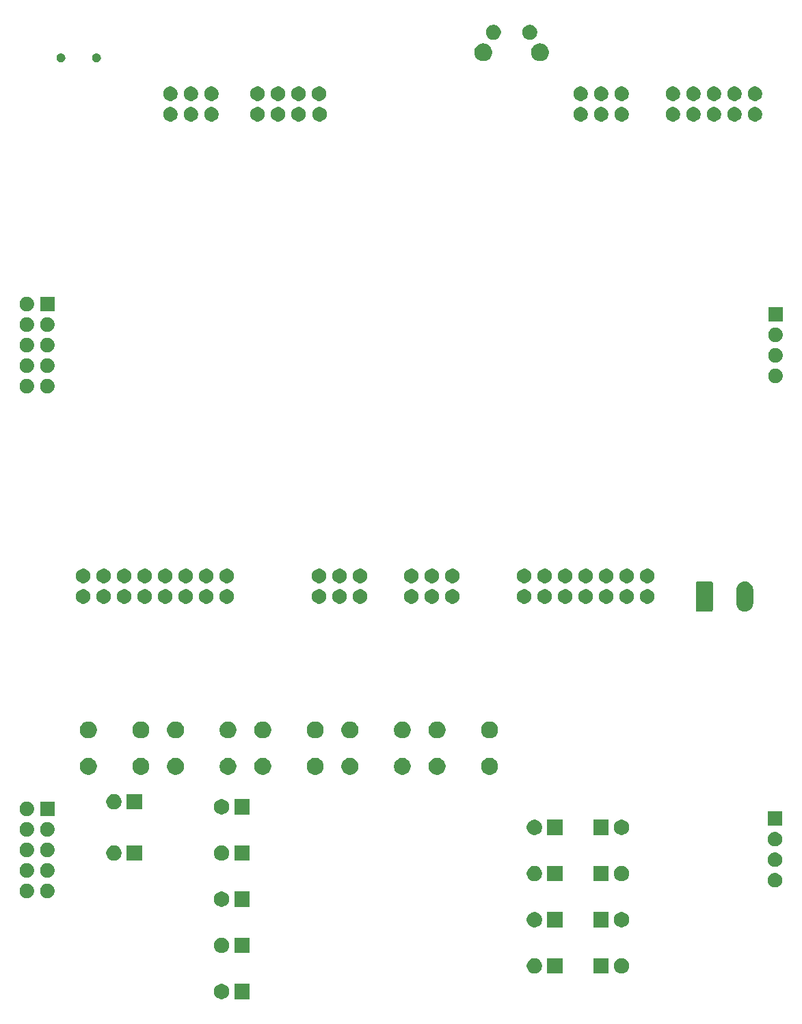
<source format=gbr>
G04 #@! TF.GenerationSoftware,KiCad,Pcbnew,(5.1.5)-3*
G04 #@! TF.CreationDate,2020-07-08T08:09:40+02:00*
G04 #@! TF.ProjectId,SBIO3,5342494f-332e-46b6-9963-61645f706362,rev?*
G04 #@! TF.SameCoordinates,Original*
G04 #@! TF.FileFunction,Soldermask,Bot*
G04 #@! TF.FilePolarity,Negative*
%FSLAX46Y46*%
G04 Gerber Fmt 4.6, Leading zero omitted, Abs format (unit mm)*
G04 Created by KiCad (PCBNEW (5.1.5)-3) date 2020-07-08 08:09:40*
%MOMM*%
%LPD*%
G04 APERTURE LIST*
%ADD10C,0.100000*%
G04 APERTURE END LIST*
D10*
G36*
X105091000Y-170496000D02*
G01*
X103189000Y-170496000D01*
X103189000Y-168594000D01*
X105091000Y-168594000D01*
X105091000Y-170496000D01*
G37*
G36*
X101877395Y-168630546D02*
G01*
X102050466Y-168702234D01*
X102050467Y-168702235D01*
X102206227Y-168806310D01*
X102338690Y-168938773D01*
X102338691Y-168938775D01*
X102442766Y-169094534D01*
X102514454Y-169267605D01*
X102551000Y-169451333D01*
X102551000Y-169638667D01*
X102514454Y-169822395D01*
X102442766Y-169995466D01*
X102442765Y-169995467D01*
X102338690Y-170151227D01*
X102206227Y-170283690D01*
X102127818Y-170336081D01*
X102050466Y-170387766D01*
X101877395Y-170459454D01*
X101693667Y-170496000D01*
X101506333Y-170496000D01*
X101322605Y-170459454D01*
X101149534Y-170387766D01*
X101072182Y-170336081D01*
X100993773Y-170283690D01*
X100861310Y-170151227D01*
X100757235Y-169995467D01*
X100757234Y-169995466D01*
X100685546Y-169822395D01*
X100649000Y-169638667D01*
X100649000Y-169451333D01*
X100685546Y-169267605D01*
X100757234Y-169094534D01*
X100861309Y-168938775D01*
X100861310Y-168938773D01*
X100993773Y-168806310D01*
X101149533Y-168702235D01*
X101149534Y-168702234D01*
X101322605Y-168630546D01*
X101506333Y-168594000D01*
X101693667Y-168594000D01*
X101877395Y-168630546D01*
G37*
G36*
X143826000Y-167321000D02*
G01*
X141924000Y-167321000D01*
X141924000Y-165419000D01*
X143826000Y-165419000D01*
X143826000Y-167321000D01*
G37*
G36*
X151407395Y-165455546D02*
G01*
X151580466Y-165527234D01*
X151580467Y-165527235D01*
X151736227Y-165631310D01*
X151868690Y-165763773D01*
X151868691Y-165763775D01*
X151972766Y-165919534D01*
X152044454Y-166092605D01*
X152081000Y-166276333D01*
X152081000Y-166463667D01*
X152044454Y-166647395D01*
X151972766Y-166820466D01*
X151972765Y-166820467D01*
X151868690Y-166976227D01*
X151736227Y-167108690D01*
X151657818Y-167161081D01*
X151580466Y-167212766D01*
X151407395Y-167284454D01*
X151223667Y-167321000D01*
X151036333Y-167321000D01*
X150852605Y-167284454D01*
X150679534Y-167212766D01*
X150602182Y-167161081D01*
X150523773Y-167108690D01*
X150391310Y-166976227D01*
X150287235Y-166820467D01*
X150287234Y-166820466D01*
X150215546Y-166647395D01*
X150179000Y-166463667D01*
X150179000Y-166276333D01*
X150215546Y-166092605D01*
X150287234Y-165919534D01*
X150391309Y-165763775D01*
X150391310Y-165763773D01*
X150523773Y-165631310D01*
X150679533Y-165527235D01*
X150679534Y-165527234D01*
X150852605Y-165455546D01*
X151036333Y-165419000D01*
X151223667Y-165419000D01*
X151407395Y-165455546D01*
G37*
G36*
X149541000Y-167321000D02*
G01*
X147639000Y-167321000D01*
X147639000Y-165419000D01*
X149541000Y-165419000D01*
X149541000Y-167321000D01*
G37*
G36*
X140612395Y-165455546D02*
G01*
X140785466Y-165527234D01*
X140785467Y-165527235D01*
X140941227Y-165631310D01*
X141073690Y-165763773D01*
X141073691Y-165763775D01*
X141177766Y-165919534D01*
X141249454Y-166092605D01*
X141286000Y-166276333D01*
X141286000Y-166463667D01*
X141249454Y-166647395D01*
X141177766Y-166820466D01*
X141177765Y-166820467D01*
X141073690Y-166976227D01*
X140941227Y-167108690D01*
X140862818Y-167161081D01*
X140785466Y-167212766D01*
X140612395Y-167284454D01*
X140428667Y-167321000D01*
X140241333Y-167321000D01*
X140057605Y-167284454D01*
X139884534Y-167212766D01*
X139807182Y-167161081D01*
X139728773Y-167108690D01*
X139596310Y-166976227D01*
X139492235Y-166820467D01*
X139492234Y-166820466D01*
X139420546Y-166647395D01*
X139384000Y-166463667D01*
X139384000Y-166276333D01*
X139420546Y-166092605D01*
X139492234Y-165919534D01*
X139596309Y-165763775D01*
X139596310Y-165763773D01*
X139728773Y-165631310D01*
X139884533Y-165527235D01*
X139884534Y-165527234D01*
X140057605Y-165455546D01*
X140241333Y-165419000D01*
X140428667Y-165419000D01*
X140612395Y-165455546D01*
G37*
G36*
X105091000Y-164781000D02*
G01*
X103189000Y-164781000D01*
X103189000Y-162879000D01*
X105091000Y-162879000D01*
X105091000Y-164781000D01*
G37*
G36*
X101877395Y-162915546D02*
G01*
X102050466Y-162987234D01*
X102050467Y-162987235D01*
X102206227Y-163091310D01*
X102338690Y-163223773D01*
X102338691Y-163223775D01*
X102442766Y-163379534D01*
X102514454Y-163552605D01*
X102551000Y-163736333D01*
X102551000Y-163923667D01*
X102514454Y-164107395D01*
X102442766Y-164280466D01*
X102442765Y-164280467D01*
X102338690Y-164436227D01*
X102206227Y-164568690D01*
X102127818Y-164621081D01*
X102050466Y-164672766D01*
X101877395Y-164744454D01*
X101693667Y-164781000D01*
X101506333Y-164781000D01*
X101322605Y-164744454D01*
X101149534Y-164672766D01*
X101072182Y-164621081D01*
X100993773Y-164568690D01*
X100861310Y-164436227D01*
X100757235Y-164280467D01*
X100757234Y-164280466D01*
X100685546Y-164107395D01*
X100649000Y-163923667D01*
X100649000Y-163736333D01*
X100685546Y-163552605D01*
X100757234Y-163379534D01*
X100861309Y-163223775D01*
X100861310Y-163223773D01*
X100993773Y-163091310D01*
X101149533Y-162987235D01*
X101149534Y-162987234D01*
X101322605Y-162915546D01*
X101506333Y-162879000D01*
X101693667Y-162879000D01*
X101877395Y-162915546D01*
G37*
G36*
X140612395Y-159740546D02*
G01*
X140785466Y-159812234D01*
X140785467Y-159812235D01*
X140941227Y-159916310D01*
X141073690Y-160048773D01*
X141073691Y-160048775D01*
X141177766Y-160204534D01*
X141249454Y-160377605D01*
X141286000Y-160561333D01*
X141286000Y-160748667D01*
X141249454Y-160932395D01*
X141177766Y-161105466D01*
X141177765Y-161105467D01*
X141073690Y-161261227D01*
X140941227Y-161393690D01*
X140862818Y-161446081D01*
X140785466Y-161497766D01*
X140612395Y-161569454D01*
X140428667Y-161606000D01*
X140241333Y-161606000D01*
X140057605Y-161569454D01*
X139884534Y-161497766D01*
X139807182Y-161446081D01*
X139728773Y-161393690D01*
X139596310Y-161261227D01*
X139492235Y-161105467D01*
X139492234Y-161105466D01*
X139420546Y-160932395D01*
X139384000Y-160748667D01*
X139384000Y-160561333D01*
X139420546Y-160377605D01*
X139492234Y-160204534D01*
X139596309Y-160048775D01*
X139596310Y-160048773D01*
X139728773Y-159916310D01*
X139884533Y-159812235D01*
X139884534Y-159812234D01*
X140057605Y-159740546D01*
X140241333Y-159704000D01*
X140428667Y-159704000D01*
X140612395Y-159740546D01*
G37*
G36*
X151407395Y-159740546D02*
G01*
X151580466Y-159812234D01*
X151580467Y-159812235D01*
X151736227Y-159916310D01*
X151868690Y-160048773D01*
X151868691Y-160048775D01*
X151972766Y-160204534D01*
X152044454Y-160377605D01*
X152081000Y-160561333D01*
X152081000Y-160748667D01*
X152044454Y-160932395D01*
X151972766Y-161105466D01*
X151972765Y-161105467D01*
X151868690Y-161261227D01*
X151736227Y-161393690D01*
X151657818Y-161446081D01*
X151580466Y-161497766D01*
X151407395Y-161569454D01*
X151223667Y-161606000D01*
X151036333Y-161606000D01*
X150852605Y-161569454D01*
X150679534Y-161497766D01*
X150602182Y-161446081D01*
X150523773Y-161393690D01*
X150391310Y-161261227D01*
X150287235Y-161105467D01*
X150287234Y-161105466D01*
X150215546Y-160932395D01*
X150179000Y-160748667D01*
X150179000Y-160561333D01*
X150215546Y-160377605D01*
X150287234Y-160204534D01*
X150391309Y-160048775D01*
X150391310Y-160048773D01*
X150523773Y-159916310D01*
X150679533Y-159812235D01*
X150679534Y-159812234D01*
X150852605Y-159740546D01*
X151036333Y-159704000D01*
X151223667Y-159704000D01*
X151407395Y-159740546D01*
G37*
G36*
X143826000Y-161606000D02*
G01*
X141924000Y-161606000D01*
X141924000Y-159704000D01*
X143826000Y-159704000D01*
X143826000Y-161606000D01*
G37*
G36*
X149541000Y-161606000D02*
G01*
X147639000Y-161606000D01*
X147639000Y-159704000D01*
X149541000Y-159704000D01*
X149541000Y-161606000D01*
G37*
G36*
X101877395Y-157200546D02*
G01*
X102050466Y-157272234D01*
X102050467Y-157272235D01*
X102206227Y-157376310D01*
X102338690Y-157508773D01*
X102338691Y-157508775D01*
X102442766Y-157664534D01*
X102514454Y-157837605D01*
X102551000Y-158021333D01*
X102551000Y-158208667D01*
X102514454Y-158392395D01*
X102442766Y-158565466D01*
X102442765Y-158565467D01*
X102338690Y-158721227D01*
X102206227Y-158853690D01*
X102127818Y-158906081D01*
X102050466Y-158957766D01*
X101877395Y-159029454D01*
X101693667Y-159066000D01*
X101506333Y-159066000D01*
X101322605Y-159029454D01*
X101149534Y-158957766D01*
X101072182Y-158906081D01*
X100993773Y-158853690D01*
X100861310Y-158721227D01*
X100757235Y-158565467D01*
X100757234Y-158565466D01*
X100685546Y-158392395D01*
X100649000Y-158208667D01*
X100649000Y-158021333D01*
X100685546Y-157837605D01*
X100757234Y-157664534D01*
X100861309Y-157508775D01*
X100861310Y-157508773D01*
X100993773Y-157376310D01*
X101149533Y-157272235D01*
X101149534Y-157272234D01*
X101322605Y-157200546D01*
X101506333Y-157164000D01*
X101693667Y-157164000D01*
X101877395Y-157200546D01*
G37*
G36*
X105091000Y-159066000D02*
G01*
X103189000Y-159066000D01*
X103189000Y-157164000D01*
X105091000Y-157164000D01*
X105091000Y-159066000D01*
G37*
G36*
X80123512Y-156202927D02*
G01*
X80272812Y-156232624D01*
X80436784Y-156300544D01*
X80584354Y-156399147D01*
X80709853Y-156524646D01*
X80808456Y-156672216D01*
X80876376Y-156836188D01*
X80911000Y-157010259D01*
X80911000Y-157187741D01*
X80876376Y-157361812D01*
X80808456Y-157525784D01*
X80709853Y-157673354D01*
X80584354Y-157798853D01*
X80436784Y-157897456D01*
X80272812Y-157965376D01*
X80123512Y-157995073D01*
X80098742Y-158000000D01*
X79921258Y-158000000D01*
X79896488Y-157995073D01*
X79747188Y-157965376D01*
X79583216Y-157897456D01*
X79435646Y-157798853D01*
X79310147Y-157673354D01*
X79211544Y-157525784D01*
X79143624Y-157361812D01*
X79109000Y-157187741D01*
X79109000Y-157010259D01*
X79143624Y-156836188D01*
X79211544Y-156672216D01*
X79310147Y-156524646D01*
X79435646Y-156399147D01*
X79583216Y-156300544D01*
X79747188Y-156232624D01*
X79896488Y-156202927D01*
X79921258Y-156198000D01*
X80098742Y-156198000D01*
X80123512Y-156202927D01*
G37*
G36*
X77583512Y-156202927D02*
G01*
X77732812Y-156232624D01*
X77896784Y-156300544D01*
X78044354Y-156399147D01*
X78169853Y-156524646D01*
X78268456Y-156672216D01*
X78336376Y-156836188D01*
X78371000Y-157010259D01*
X78371000Y-157187741D01*
X78336376Y-157361812D01*
X78268456Y-157525784D01*
X78169853Y-157673354D01*
X78044354Y-157798853D01*
X77896784Y-157897456D01*
X77732812Y-157965376D01*
X77583512Y-157995073D01*
X77558742Y-158000000D01*
X77381258Y-158000000D01*
X77356488Y-157995073D01*
X77207188Y-157965376D01*
X77043216Y-157897456D01*
X76895646Y-157798853D01*
X76770147Y-157673354D01*
X76671544Y-157525784D01*
X76603624Y-157361812D01*
X76569000Y-157187741D01*
X76569000Y-157010259D01*
X76603624Y-156836188D01*
X76671544Y-156672216D01*
X76770147Y-156524646D01*
X76895646Y-156399147D01*
X77043216Y-156300544D01*
X77207188Y-156232624D01*
X77356488Y-156202927D01*
X77381258Y-156198000D01*
X77558742Y-156198000D01*
X77583512Y-156202927D01*
G37*
G36*
X170230012Y-154869427D02*
G01*
X170379312Y-154899124D01*
X170543284Y-154967044D01*
X170690854Y-155065647D01*
X170816353Y-155191146D01*
X170914956Y-155338716D01*
X170982876Y-155502688D01*
X171017500Y-155676759D01*
X171017500Y-155854241D01*
X170982876Y-156028312D01*
X170914956Y-156192284D01*
X170816353Y-156339854D01*
X170690854Y-156465353D01*
X170543284Y-156563956D01*
X170379312Y-156631876D01*
X170230012Y-156661573D01*
X170205242Y-156666500D01*
X170027758Y-156666500D01*
X170002988Y-156661573D01*
X169853688Y-156631876D01*
X169689716Y-156563956D01*
X169542146Y-156465353D01*
X169416647Y-156339854D01*
X169318044Y-156192284D01*
X169250124Y-156028312D01*
X169215500Y-155854241D01*
X169215500Y-155676759D01*
X169250124Y-155502688D01*
X169318044Y-155338716D01*
X169416647Y-155191146D01*
X169542146Y-155065647D01*
X169689716Y-154967044D01*
X169853688Y-154899124D01*
X170002988Y-154869427D01*
X170027758Y-154864500D01*
X170205242Y-154864500D01*
X170230012Y-154869427D01*
G37*
G36*
X149541000Y-155891000D02*
G01*
X147639000Y-155891000D01*
X147639000Y-153989000D01*
X149541000Y-153989000D01*
X149541000Y-155891000D01*
G37*
G36*
X140612395Y-154025546D02*
G01*
X140785466Y-154097234D01*
X140837820Y-154132216D01*
X140941227Y-154201310D01*
X141073690Y-154333773D01*
X141073691Y-154333775D01*
X141177766Y-154489534D01*
X141249454Y-154662605D01*
X141286000Y-154846333D01*
X141286000Y-155033667D01*
X141249454Y-155217395D01*
X141177766Y-155390466D01*
X141154440Y-155425376D01*
X141073690Y-155546227D01*
X140941227Y-155678690D01*
X140862818Y-155731081D01*
X140785466Y-155782766D01*
X140612395Y-155854454D01*
X140428667Y-155891000D01*
X140241333Y-155891000D01*
X140057605Y-155854454D01*
X139884534Y-155782766D01*
X139807182Y-155731081D01*
X139728773Y-155678690D01*
X139596310Y-155546227D01*
X139515560Y-155425376D01*
X139492234Y-155390466D01*
X139420546Y-155217395D01*
X139384000Y-155033667D01*
X139384000Y-154846333D01*
X139420546Y-154662605D01*
X139492234Y-154489534D01*
X139596309Y-154333775D01*
X139596310Y-154333773D01*
X139728773Y-154201310D01*
X139832180Y-154132216D01*
X139884534Y-154097234D01*
X140057605Y-154025546D01*
X140241333Y-153989000D01*
X140428667Y-153989000D01*
X140612395Y-154025546D01*
G37*
G36*
X151407395Y-154025546D02*
G01*
X151580466Y-154097234D01*
X151632820Y-154132216D01*
X151736227Y-154201310D01*
X151868690Y-154333773D01*
X151868691Y-154333775D01*
X151972766Y-154489534D01*
X152044454Y-154662605D01*
X152081000Y-154846333D01*
X152081000Y-155033667D01*
X152044454Y-155217395D01*
X151972766Y-155390466D01*
X151949440Y-155425376D01*
X151868690Y-155546227D01*
X151736227Y-155678690D01*
X151657818Y-155731081D01*
X151580466Y-155782766D01*
X151407395Y-155854454D01*
X151223667Y-155891000D01*
X151036333Y-155891000D01*
X150852605Y-155854454D01*
X150679534Y-155782766D01*
X150602182Y-155731081D01*
X150523773Y-155678690D01*
X150391310Y-155546227D01*
X150310560Y-155425376D01*
X150287234Y-155390466D01*
X150215546Y-155217395D01*
X150179000Y-155033667D01*
X150179000Y-154846333D01*
X150215546Y-154662605D01*
X150287234Y-154489534D01*
X150391309Y-154333775D01*
X150391310Y-154333773D01*
X150523773Y-154201310D01*
X150627180Y-154132216D01*
X150679534Y-154097234D01*
X150852605Y-154025546D01*
X151036333Y-153989000D01*
X151223667Y-153989000D01*
X151407395Y-154025546D01*
G37*
G36*
X143826000Y-155891000D02*
G01*
X141924000Y-155891000D01*
X141924000Y-153989000D01*
X143826000Y-153989000D01*
X143826000Y-155891000D01*
G37*
G36*
X80123512Y-153662927D02*
G01*
X80272812Y-153692624D01*
X80436784Y-153760544D01*
X80584354Y-153859147D01*
X80709853Y-153984646D01*
X80808456Y-154132216D01*
X80876376Y-154296188D01*
X80906073Y-154445488D01*
X80911000Y-154470258D01*
X80911000Y-154647742D01*
X80906073Y-154672512D01*
X80876376Y-154821812D01*
X80808456Y-154985784D01*
X80709853Y-155133354D01*
X80584354Y-155258853D01*
X80436784Y-155357456D01*
X80272812Y-155425376D01*
X80123512Y-155455073D01*
X80098742Y-155460000D01*
X79921258Y-155460000D01*
X79896488Y-155455073D01*
X79747188Y-155425376D01*
X79583216Y-155357456D01*
X79435646Y-155258853D01*
X79310147Y-155133354D01*
X79211544Y-154985784D01*
X79143624Y-154821812D01*
X79113927Y-154672512D01*
X79109000Y-154647742D01*
X79109000Y-154470258D01*
X79113927Y-154445488D01*
X79143624Y-154296188D01*
X79211544Y-154132216D01*
X79310147Y-153984646D01*
X79435646Y-153859147D01*
X79583216Y-153760544D01*
X79747188Y-153692624D01*
X79896488Y-153662927D01*
X79921258Y-153658000D01*
X80098742Y-153658000D01*
X80123512Y-153662927D01*
G37*
G36*
X77583512Y-153662927D02*
G01*
X77732812Y-153692624D01*
X77896784Y-153760544D01*
X78044354Y-153859147D01*
X78169853Y-153984646D01*
X78268456Y-154132216D01*
X78336376Y-154296188D01*
X78366073Y-154445488D01*
X78371000Y-154470258D01*
X78371000Y-154647742D01*
X78366073Y-154672512D01*
X78336376Y-154821812D01*
X78268456Y-154985784D01*
X78169853Y-155133354D01*
X78044354Y-155258853D01*
X77896784Y-155357456D01*
X77732812Y-155425376D01*
X77583512Y-155455073D01*
X77558742Y-155460000D01*
X77381258Y-155460000D01*
X77356488Y-155455073D01*
X77207188Y-155425376D01*
X77043216Y-155357456D01*
X76895646Y-155258853D01*
X76770147Y-155133354D01*
X76671544Y-154985784D01*
X76603624Y-154821812D01*
X76573927Y-154672512D01*
X76569000Y-154647742D01*
X76569000Y-154470258D01*
X76573927Y-154445488D01*
X76603624Y-154296188D01*
X76671544Y-154132216D01*
X76770147Y-153984646D01*
X76895646Y-153859147D01*
X77043216Y-153760544D01*
X77207188Y-153692624D01*
X77356488Y-153662927D01*
X77381258Y-153658000D01*
X77558742Y-153658000D01*
X77583512Y-153662927D01*
G37*
G36*
X170230012Y-152329427D02*
G01*
X170379312Y-152359124D01*
X170543284Y-152427044D01*
X170690854Y-152525647D01*
X170816353Y-152651146D01*
X170914956Y-152798716D01*
X170982876Y-152962688D01*
X171017500Y-153136759D01*
X171017500Y-153314241D01*
X170982876Y-153488312D01*
X170914956Y-153652284D01*
X170816353Y-153799854D01*
X170690854Y-153925353D01*
X170543284Y-154023956D01*
X170379312Y-154091876D01*
X170230012Y-154121573D01*
X170205242Y-154126500D01*
X170027758Y-154126500D01*
X170002988Y-154121573D01*
X169853688Y-154091876D01*
X169689716Y-154023956D01*
X169542146Y-153925353D01*
X169416647Y-153799854D01*
X169318044Y-153652284D01*
X169250124Y-153488312D01*
X169215500Y-153314241D01*
X169215500Y-153136759D01*
X169250124Y-152962688D01*
X169318044Y-152798716D01*
X169416647Y-152651146D01*
X169542146Y-152525647D01*
X169689716Y-152427044D01*
X169853688Y-152359124D01*
X170002988Y-152329427D01*
X170027758Y-152324500D01*
X170205242Y-152324500D01*
X170230012Y-152329427D01*
G37*
G36*
X105091000Y-153351000D02*
G01*
X103189000Y-153351000D01*
X103189000Y-151449000D01*
X105091000Y-151449000D01*
X105091000Y-153351000D01*
G37*
G36*
X88542395Y-151485546D02*
G01*
X88715466Y-151557234D01*
X88767820Y-151592216D01*
X88871227Y-151661310D01*
X89003690Y-151793773D01*
X89003691Y-151793775D01*
X89107766Y-151949534D01*
X89179454Y-152122605D01*
X89216000Y-152306333D01*
X89216000Y-152493667D01*
X89179454Y-152677395D01*
X89107766Y-152850466D01*
X89084440Y-152885376D01*
X89003690Y-153006227D01*
X88871227Y-153138690D01*
X88792818Y-153191081D01*
X88715466Y-153242766D01*
X88542395Y-153314454D01*
X88358667Y-153351000D01*
X88171333Y-153351000D01*
X87987605Y-153314454D01*
X87814534Y-153242766D01*
X87737182Y-153191081D01*
X87658773Y-153138690D01*
X87526310Y-153006227D01*
X87445560Y-152885376D01*
X87422234Y-152850466D01*
X87350546Y-152677395D01*
X87314000Y-152493667D01*
X87314000Y-152306333D01*
X87350546Y-152122605D01*
X87422234Y-151949534D01*
X87526309Y-151793775D01*
X87526310Y-151793773D01*
X87658773Y-151661310D01*
X87762180Y-151592216D01*
X87814534Y-151557234D01*
X87987605Y-151485546D01*
X88171333Y-151449000D01*
X88358667Y-151449000D01*
X88542395Y-151485546D01*
G37*
G36*
X101877395Y-151485546D02*
G01*
X102050466Y-151557234D01*
X102102820Y-151592216D01*
X102206227Y-151661310D01*
X102338690Y-151793773D01*
X102338691Y-151793775D01*
X102442766Y-151949534D01*
X102514454Y-152122605D01*
X102551000Y-152306333D01*
X102551000Y-152493667D01*
X102514454Y-152677395D01*
X102442766Y-152850466D01*
X102419440Y-152885376D01*
X102338690Y-153006227D01*
X102206227Y-153138690D01*
X102127818Y-153191081D01*
X102050466Y-153242766D01*
X101877395Y-153314454D01*
X101693667Y-153351000D01*
X101506333Y-153351000D01*
X101322605Y-153314454D01*
X101149534Y-153242766D01*
X101072182Y-153191081D01*
X100993773Y-153138690D01*
X100861310Y-153006227D01*
X100780560Y-152885376D01*
X100757234Y-152850466D01*
X100685546Y-152677395D01*
X100649000Y-152493667D01*
X100649000Y-152306333D01*
X100685546Y-152122605D01*
X100757234Y-151949534D01*
X100861309Y-151793775D01*
X100861310Y-151793773D01*
X100993773Y-151661310D01*
X101097180Y-151592216D01*
X101149534Y-151557234D01*
X101322605Y-151485546D01*
X101506333Y-151449000D01*
X101693667Y-151449000D01*
X101877395Y-151485546D01*
G37*
G36*
X91756000Y-153351000D02*
G01*
X89854000Y-153351000D01*
X89854000Y-151449000D01*
X91756000Y-151449000D01*
X91756000Y-153351000D01*
G37*
G36*
X80123512Y-151122927D02*
G01*
X80272812Y-151152624D01*
X80436784Y-151220544D01*
X80584354Y-151319147D01*
X80709853Y-151444646D01*
X80808456Y-151592216D01*
X80876376Y-151756188D01*
X80906073Y-151905488D01*
X80911000Y-151930258D01*
X80911000Y-152107742D01*
X80906073Y-152132512D01*
X80876376Y-152281812D01*
X80808456Y-152445784D01*
X80709853Y-152593354D01*
X80584354Y-152718853D01*
X80436784Y-152817456D01*
X80272812Y-152885376D01*
X80123512Y-152915073D01*
X80098742Y-152920000D01*
X79921258Y-152920000D01*
X79896488Y-152915073D01*
X79747188Y-152885376D01*
X79583216Y-152817456D01*
X79435646Y-152718853D01*
X79310147Y-152593354D01*
X79211544Y-152445784D01*
X79143624Y-152281812D01*
X79113927Y-152132512D01*
X79109000Y-152107742D01*
X79109000Y-151930258D01*
X79113927Y-151905488D01*
X79143624Y-151756188D01*
X79211544Y-151592216D01*
X79310147Y-151444646D01*
X79435646Y-151319147D01*
X79583216Y-151220544D01*
X79747188Y-151152624D01*
X79896488Y-151122927D01*
X79921258Y-151118000D01*
X80098742Y-151118000D01*
X80123512Y-151122927D01*
G37*
G36*
X77583512Y-151122927D02*
G01*
X77732812Y-151152624D01*
X77896784Y-151220544D01*
X78044354Y-151319147D01*
X78169853Y-151444646D01*
X78268456Y-151592216D01*
X78336376Y-151756188D01*
X78366073Y-151905488D01*
X78371000Y-151930258D01*
X78371000Y-152107742D01*
X78366073Y-152132512D01*
X78336376Y-152281812D01*
X78268456Y-152445784D01*
X78169853Y-152593354D01*
X78044354Y-152718853D01*
X77896784Y-152817456D01*
X77732812Y-152885376D01*
X77583512Y-152915073D01*
X77558742Y-152920000D01*
X77381258Y-152920000D01*
X77356488Y-152915073D01*
X77207188Y-152885376D01*
X77043216Y-152817456D01*
X76895646Y-152718853D01*
X76770147Y-152593354D01*
X76671544Y-152445784D01*
X76603624Y-152281812D01*
X76573927Y-152132512D01*
X76569000Y-152107742D01*
X76569000Y-151930258D01*
X76573927Y-151905488D01*
X76603624Y-151756188D01*
X76671544Y-151592216D01*
X76770147Y-151444646D01*
X76895646Y-151319147D01*
X77043216Y-151220544D01*
X77207188Y-151152624D01*
X77356488Y-151122927D01*
X77381258Y-151118000D01*
X77558742Y-151118000D01*
X77583512Y-151122927D01*
G37*
G36*
X170230012Y-149789427D02*
G01*
X170379312Y-149819124D01*
X170543284Y-149887044D01*
X170690854Y-149985647D01*
X170816353Y-150111146D01*
X170914956Y-150258716D01*
X170982876Y-150422688D01*
X171017500Y-150596759D01*
X171017500Y-150774241D01*
X170982876Y-150948312D01*
X170914956Y-151112284D01*
X170816353Y-151259854D01*
X170690854Y-151385353D01*
X170543284Y-151483956D01*
X170379312Y-151551876D01*
X170230012Y-151581573D01*
X170205242Y-151586500D01*
X170027758Y-151586500D01*
X170002988Y-151581573D01*
X169853688Y-151551876D01*
X169689716Y-151483956D01*
X169542146Y-151385353D01*
X169416647Y-151259854D01*
X169318044Y-151112284D01*
X169250124Y-150948312D01*
X169215500Y-150774241D01*
X169215500Y-150596759D01*
X169250124Y-150422688D01*
X169318044Y-150258716D01*
X169416647Y-150111146D01*
X169542146Y-149985647D01*
X169689716Y-149887044D01*
X169853688Y-149819124D01*
X170002988Y-149789427D01*
X170027758Y-149784500D01*
X170205242Y-149784500D01*
X170230012Y-149789427D01*
G37*
G36*
X77583512Y-148582927D02*
G01*
X77732812Y-148612624D01*
X77896784Y-148680544D01*
X78044354Y-148779147D01*
X78169853Y-148904646D01*
X78268456Y-149052216D01*
X78336376Y-149216188D01*
X78371000Y-149390259D01*
X78371000Y-149567741D01*
X78336376Y-149741812D01*
X78268456Y-149905784D01*
X78169853Y-150053354D01*
X78044354Y-150178853D01*
X77896784Y-150277456D01*
X77732812Y-150345376D01*
X77583512Y-150375073D01*
X77558742Y-150380000D01*
X77381258Y-150380000D01*
X77356488Y-150375073D01*
X77207188Y-150345376D01*
X77043216Y-150277456D01*
X76895646Y-150178853D01*
X76770147Y-150053354D01*
X76671544Y-149905784D01*
X76603624Y-149741812D01*
X76569000Y-149567741D01*
X76569000Y-149390259D01*
X76603624Y-149216188D01*
X76671544Y-149052216D01*
X76770147Y-148904646D01*
X76895646Y-148779147D01*
X77043216Y-148680544D01*
X77207188Y-148612624D01*
X77356488Y-148582927D01*
X77381258Y-148578000D01*
X77558742Y-148578000D01*
X77583512Y-148582927D01*
G37*
G36*
X80123512Y-148582927D02*
G01*
X80272812Y-148612624D01*
X80436784Y-148680544D01*
X80584354Y-148779147D01*
X80709853Y-148904646D01*
X80808456Y-149052216D01*
X80876376Y-149216188D01*
X80911000Y-149390259D01*
X80911000Y-149567741D01*
X80876376Y-149741812D01*
X80808456Y-149905784D01*
X80709853Y-150053354D01*
X80584354Y-150178853D01*
X80436784Y-150277456D01*
X80272812Y-150345376D01*
X80123512Y-150375073D01*
X80098742Y-150380000D01*
X79921258Y-150380000D01*
X79896488Y-150375073D01*
X79747188Y-150345376D01*
X79583216Y-150277456D01*
X79435646Y-150178853D01*
X79310147Y-150053354D01*
X79211544Y-149905784D01*
X79143624Y-149741812D01*
X79109000Y-149567741D01*
X79109000Y-149390259D01*
X79143624Y-149216188D01*
X79211544Y-149052216D01*
X79310147Y-148904646D01*
X79435646Y-148779147D01*
X79583216Y-148680544D01*
X79747188Y-148612624D01*
X79896488Y-148582927D01*
X79921258Y-148578000D01*
X80098742Y-148578000D01*
X80123512Y-148582927D01*
G37*
G36*
X149541000Y-150176000D02*
G01*
X147639000Y-150176000D01*
X147639000Y-148274000D01*
X149541000Y-148274000D01*
X149541000Y-150176000D01*
G37*
G36*
X151407395Y-148310546D02*
G01*
X151580466Y-148382234D01*
X151580467Y-148382235D01*
X151736227Y-148486310D01*
X151868690Y-148618773D01*
X151868691Y-148618775D01*
X151972766Y-148774534D01*
X152044454Y-148947605D01*
X152081000Y-149131333D01*
X152081000Y-149318667D01*
X152044454Y-149502395D01*
X151972766Y-149675466D01*
X151972765Y-149675467D01*
X151868690Y-149831227D01*
X151736227Y-149963690D01*
X151703366Y-149985647D01*
X151580466Y-150067766D01*
X151407395Y-150139454D01*
X151223667Y-150176000D01*
X151036333Y-150176000D01*
X150852605Y-150139454D01*
X150679534Y-150067766D01*
X150556634Y-149985647D01*
X150523773Y-149963690D01*
X150391310Y-149831227D01*
X150287235Y-149675467D01*
X150287234Y-149675466D01*
X150215546Y-149502395D01*
X150179000Y-149318667D01*
X150179000Y-149131333D01*
X150215546Y-148947605D01*
X150287234Y-148774534D01*
X150391309Y-148618775D01*
X150391310Y-148618773D01*
X150523773Y-148486310D01*
X150679533Y-148382235D01*
X150679534Y-148382234D01*
X150852605Y-148310546D01*
X151036333Y-148274000D01*
X151223667Y-148274000D01*
X151407395Y-148310546D01*
G37*
G36*
X143826000Y-150176000D02*
G01*
X141924000Y-150176000D01*
X141924000Y-148274000D01*
X143826000Y-148274000D01*
X143826000Y-150176000D01*
G37*
G36*
X140612395Y-148310546D02*
G01*
X140785466Y-148382234D01*
X140785467Y-148382235D01*
X140941227Y-148486310D01*
X141073690Y-148618773D01*
X141073691Y-148618775D01*
X141177766Y-148774534D01*
X141249454Y-148947605D01*
X141286000Y-149131333D01*
X141286000Y-149318667D01*
X141249454Y-149502395D01*
X141177766Y-149675466D01*
X141177765Y-149675467D01*
X141073690Y-149831227D01*
X140941227Y-149963690D01*
X140908366Y-149985647D01*
X140785466Y-150067766D01*
X140612395Y-150139454D01*
X140428667Y-150176000D01*
X140241333Y-150176000D01*
X140057605Y-150139454D01*
X139884534Y-150067766D01*
X139761634Y-149985647D01*
X139728773Y-149963690D01*
X139596310Y-149831227D01*
X139492235Y-149675467D01*
X139492234Y-149675466D01*
X139420546Y-149502395D01*
X139384000Y-149318667D01*
X139384000Y-149131333D01*
X139420546Y-148947605D01*
X139492234Y-148774534D01*
X139596309Y-148618775D01*
X139596310Y-148618773D01*
X139728773Y-148486310D01*
X139884533Y-148382235D01*
X139884534Y-148382234D01*
X140057605Y-148310546D01*
X140241333Y-148274000D01*
X140428667Y-148274000D01*
X140612395Y-148310546D01*
G37*
G36*
X171017500Y-149046500D02*
G01*
X169215500Y-149046500D01*
X169215500Y-147244500D01*
X171017500Y-147244500D01*
X171017500Y-149046500D01*
G37*
G36*
X80911000Y-147840000D02*
G01*
X79109000Y-147840000D01*
X79109000Y-146038000D01*
X80911000Y-146038000D01*
X80911000Y-147840000D01*
G37*
G36*
X77583512Y-146042927D02*
G01*
X77732812Y-146072624D01*
X77896784Y-146140544D01*
X78044354Y-146239147D01*
X78169853Y-146364646D01*
X78268456Y-146512216D01*
X78336376Y-146676188D01*
X78371000Y-146850259D01*
X78371000Y-147027741D01*
X78336376Y-147201812D01*
X78268456Y-147365784D01*
X78169853Y-147513354D01*
X78044354Y-147638853D01*
X77896784Y-147737456D01*
X77732812Y-147805376D01*
X77583512Y-147835073D01*
X77558742Y-147840000D01*
X77381258Y-147840000D01*
X77356488Y-147835073D01*
X77207188Y-147805376D01*
X77043216Y-147737456D01*
X76895646Y-147638853D01*
X76770147Y-147513354D01*
X76671544Y-147365784D01*
X76603624Y-147201812D01*
X76569000Y-147027741D01*
X76569000Y-146850259D01*
X76603624Y-146676188D01*
X76671544Y-146512216D01*
X76770147Y-146364646D01*
X76895646Y-146239147D01*
X77043216Y-146140544D01*
X77207188Y-146072624D01*
X77356488Y-146042927D01*
X77381258Y-146038000D01*
X77558742Y-146038000D01*
X77583512Y-146042927D01*
G37*
G36*
X105091000Y-147636000D02*
G01*
X103189000Y-147636000D01*
X103189000Y-145734000D01*
X105091000Y-145734000D01*
X105091000Y-147636000D01*
G37*
G36*
X101877395Y-145770546D02*
G01*
X102050466Y-145842234D01*
X102050467Y-145842235D01*
X102206227Y-145946310D01*
X102338690Y-146078773D01*
X102338691Y-146078775D01*
X102442766Y-146234534D01*
X102514454Y-146407605D01*
X102551000Y-146591333D01*
X102551000Y-146778667D01*
X102514454Y-146962395D01*
X102442766Y-147135466D01*
X102442765Y-147135467D01*
X102338690Y-147291227D01*
X102206227Y-147423690D01*
X102127818Y-147476081D01*
X102050466Y-147527766D01*
X101877395Y-147599454D01*
X101693667Y-147636000D01*
X101506333Y-147636000D01*
X101322605Y-147599454D01*
X101149534Y-147527766D01*
X101072182Y-147476081D01*
X100993773Y-147423690D01*
X100861310Y-147291227D01*
X100757235Y-147135467D01*
X100757234Y-147135466D01*
X100685546Y-146962395D01*
X100649000Y-146778667D01*
X100649000Y-146591333D01*
X100685546Y-146407605D01*
X100757234Y-146234534D01*
X100861309Y-146078775D01*
X100861310Y-146078773D01*
X100993773Y-145946310D01*
X101149533Y-145842235D01*
X101149534Y-145842234D01*
X101322605Y-145770546D01*
X101506333Y-145734000D01*
X101693667Y-145734000D01*
X101877395Y-145770546D01*
G37*
G36*
X91756000Y-147001000D02*
G01*
X89854000Y-147001000D01*
X89854000Y-145099000D01*
X91756000Y-145099000D01*
X91756000Y-147001000D01*
G37*
G36*
X88542395Y-145135546D02*
G01*
X88715466Y-145207234D01*
X88715467Y-145207235D01*
X88871227Y-145311310D01*
X89003690Y-145443773D01*
X89003691Y-145443775D01*
X89107766Y-145599534D01*
X89179454Y-145772605D01*
X89216000Y-145956333D01*
X89216000Y-146143667D01*
X89179454Y-146327395D01*
X89107766Y-146500466D01*
X89056081Y-146577818D01*
X89003690Y-146656227D01*
X88871227Y-146788690D01*
X88792818Y-146841081D01*
X88715466Y-146892766D01*
X88542395Y-146964454D01*
X88358667Y-147001000D01*
X88171333Y-147001000D01*
X87987605Y-146964454D01*
X87814534Y-146892766D01*
X87737182Y-146841081D01*
X87658773Y-146788690D01*
X87526310Y-146656227D01*
X87473919Y-146577818D01*
X87422234Y-146500466D01*
X87350546Y-146327395D01*
X87314000Y-146143667D01*
X87314000Y-145956333D01*
X87350546Y-145772605D01*
X87422234Y-145599534D01*
X87526309Y-145443775D01*
X87526310Y-145443773D01*
X87658773Y-145311310D01*
X87814533Y-145207235D01*
X87814534Y-145207234D01*
X87987605Y-145135546D01*
X88171333Y-145099000D01*
X88358667Y-145099000D01*
X88542395Y-145135546D01*
G37*
G36*
X106986564Y-140649389D02*
G01*
X107177833Y-140728615D01*
X107177835Y-140728616D01*
X107349973Y-140843635D01*
X107496365Y-140990027D01*
X107611385Y-141162167D01*
X107690611Y-141353436D01*
X107731000Y-141556484D01*
X107731000Y-141763516D01*
X107690611Y-141966564D01*
X107611385Y-142157833D01*
X107611384Y-142157835D01*
X107496365Y-142329973D01*
X107349973Y-142476365D01*
X107177835Y-142591384D01*
X107177834Y-142591385D01*
X107177833Y-142591385D01*
X106986564Y-142670611D01*
X106783516Y-142711000D01*
X106576484Y-142711000D01*
X106373436Y-142670611D01*
X106182167Y-142591385D01*
X106182166Y-142591385D01*
X106182165Y-142591384D01*
X106010027Y-142476365D01*
X105863635Y-142329973D01*
X105748616Y-142157835D01*
X105748615Y-142157833D01*
X105669389Y-141966564D01*
X105629000Y-141763516D01*
X105629000Y-141556484D01*
X105669389Y-141353436D01*
X105748615Y-141162167D01*
X105863635Y-140990027D01*
X106010027Y-140843635D01*
X106182165Y-140728616D01*
X106182167Y-140728615D01*
X106373436Y-140649389D01*
X106576484Y-140609000D01*
X106783516Y-140609000D01*
X106986564Y-140649389D01*
G37*
G36*
X128576564Y-140649389D02*
G01*
X128767833Y-140728615D01*
X128767835Y-140728616D01*
X128939973Y-140843635D01*
X129086365Y-140990027D01*
X129201385Y-141162167D01*
X129280611Y-141353436D01*
X129321000Y-141556484D01*
X129321000Y-141763516D01*
X129280611Y-141966564D01*
X129201385Y-142157833D01*
X129201384Y-142157835D01*
X129086365Y-142329973D01*
X128939973Y-142476365D01*
X128767835Y-142591384D01*
X128767834Y-142591385D01*
X128767833Y-142591385D01*
X128576564Y-142670611D01*
X128373516Y-142711000D01*
X128166484Y-142711000D01*
X127963436Y-142670611D01*
X127772167Y-142591385D01*
X127772166Y-142591385D01*
X127772165Y-142591384D01*
X127600027Y-142476365D01*
X127453635Y-142329973D01*
X127338616Y-142157835D01*
X127338615Y-142157833D01*
X127259389Y-141966564D01*
X127219000Y-141763516D01*
X127219000Y-141556484D01*
X127259389Y-141353436D01*
X127338615Y-141162167D01*
X127453635Y-140990027D01*
X127600027Y-140843635D01*
X127772165Y-140728616D01*
X127772167Y-140728615D01*
X127963436Y-140649389D01*
X128166484Y-140609000D01*
X128373516Y-140609000D01*
X128576564Y-140649389D01*
G37*
G36*
X135076564Y-140649389D02*
G01*
X135267833Y-140728615D01*
X135267835Y-140728616D01*
X135439973Y-140843635D01*
X135586365Y-140990027D01*
X135701385Y-141162167D01*
X135780611Y-141353436D01*
X135821000Y-141556484D01*
X135821000Y-141763516D01*
X135780611Y-141966564D01*
X135701385Y-142157833D01*
X135701384Y-142157835D01*
X135586365Y-142329973D01*
X135439973Y-142476365D01*
X135267835Y-142591384D01*
X135267834Y-142591385D01*
X135267833Y-142591385D01*
X135076564Y-142670611D01*
X134873516Y-142711000D01*
X134666484Y-142711000D01*
X134463436Y-142670611D01*
X134272167Y-142591385D01*
X134272166Y-142591385D01*
X134272165Y-142591384D01*
X134100027Y-142476365D01*
X133953635Y-142329973D01*
X133838616Y-142157835D01*
X133838615Y-142157833D01*
X133759389Y-141966564D01*
X133719000Y-141763516D01*
X133719000Y-141556484D01*
X133759389Y-141353436D01*
X133838615Y-141162167D01*
X133953635Y-140990027D01*
X134100027Y-140843635D01*
X134272165Y-140728616D01*
X134272167Y-140728615D01*
X134463436Y-140649389D01*
X134666484Y-140609000D01*
X134873516Y-140609000D01*
X135076564Y-140649389D01*
G37*
G36*
X102691564Y-140649389D02*
G01*
X102882833Y-140728615D01*
X102882835Y-140728616D01*
X103054973Y-140843635D01*
X103201365Y-140990027D01*
X103316385Y-141162167D01*
X103395611Y-141353436D01*
X103436000Y-141556484D01*
X103436000Y-141763516D01*
X103395611Y-141966564D01*
X103316385Y-142157833D01*
X103316384Y-142157835D01*
X103201365Y-142329973D01*
X103054973Y-142476365D01*
X102882835Y-142591384D01*
X102882834Y-142591385D01*
X102882833Y-142591385D01*
X102691564Y-142670611D01*
X102488516Y-142711000D01*
X102281484Y-142711000D01*
X102078436Y-142670611D01*
X101887167Y-142591385D01*
X101887166Y-142591385D01*
X101887165Y-142591384D01*
X101715027Y-142476365D01*
X101568635Y-142329973D01*
X101453616Y-142157835D01*
X101453615Y-142157833D01*
X101374389Y-141966564D01*
X101334000Y-141763516D01*
X101334000Y-141556484D01*
X101374389Y-141353436D01*
X101453615Y-141162167D01*
X101568635Y-140990027D01*
X101715027Y-140843635D01*
X101887165Y-140728616D01*
X101887167Y-140728615D01*
X102078436Y-140649389D01*
X102281484Y-140609000D01*
X102488516Y-140609000D01*
X102691564Y-140649389D01*
G37*
G36*
X96191564Y-140649389D02*
G01*
X96382833Y-140728615D01*
X96382835Y-140728616D01*
X96554973Y-140843635D01*
X96701365Y-140990027D01*
X96816385Y-141162167D01*
X96895611Y-141353436D01*
X96936000Y-141556484D01*
X96936000Y-141763516D01*
X96895611Y-141966564D01*
X96816385Y-142157833D01*
X96816384Y-142157835D01*
X96701365Y-142329973D01*
X96554973Y-142476365D01*
X96382835Y-142591384D01*
X96382834Y-142591385D01*
X96382833Y-142591385D01*
X96191564Y-142670611D01*
X95988516Y-142711000D01*
X95781484Y-142711000D01*
X95578436Y-142670611D01*
X95387167Y-142591385D01*
X95387166Y-142591385D01*
X95387165Y-142591384D01*
X95215027Y-142476365D01*
X95068635Y-142329973D01*
X94953616Y-142157835D01*
X94953615Y-142157833D01*
X94874389Y-141966564D01*
X94834000Y-141763516D01*
X94834000Y-141556484D01*
X94874389Y-141353436D01*
X94953615Y-141162167D01*
X95068635Y-140990027D01*
X95215027Y-140843635D01*
X95387165Y-140728616D01*
X95387167Y-140728615D01*
X95578436Y-140649389D01*
X95781484Y-140609000D01*
X95988516Y-140609000D01*
X96191564Y-140649389D01*
G37*
G36*
X113486564Y-140649389D02*
G01*
X113677833Y-140728615D01*
X113677835Y-140728616D01*
X113849973Y-140843635D01*
X113996365Y-140990027D01*
X114111385Y-141162167D01*
X114190611Y-141353436D01*
X114231000Y-141556484D01*
X114231000Y-141763516D01*
X114190611Y-141966564D01*
X114111385Y-142157833D01*
X114111384Y-142157835D01*
X113996365Y-142329973D01*
X113849973Y-142476365D01*
X113677835Y-142591384D01*
X113677834Y-142591385D01*
X113677833Y-142591385D01*
X113486564Y-142670611D01*
X113283516Y-142711000D01*
X113076484Y-142711000D01*
X112873436Y-142670611D01*
X112682167Y-142591385D01*
X112682166Y-142591385D01*
X112682165Y-142591384D01*
X112510027Y-142476365D01*
X112363635Y-142329973D01*
X112248616Y-142157835D01*
X112248615Y-142157833D01*
X112169389Y-141966564D01*
X112129000Y-141763516D01*
X112129000Y-141556484D01*
X112169389Y-141353436D01*
X112248615Y-141162167D01*
X112363635Y-140990027D01*
X112510027Y-140843635D01*
X112682165Y-140728616D01*
X112682167Y-140728615D01*
X112873436Y-140649389D01*
X113076484Y-140609000D01*
X113283516Y-140609000D01*
X113486564Y-140649389D01*
G37*
G36*
X91896564Y-140649389D02*
G01*
X92087833Y-140728615D01*
X92087835Y-140728616D01*
X92259973Y-140843635D01*
X92406365Y-140990027D01*
X92521385Y-141162167D01*
X92600611Y-141353436D01*
X92641000Y-141556484D01*
X92641000Y-141763516D01*
X92600611Y-141966564D01*
X92521385Y-142157833D01*
X92521384Y-142157835D01*
X92406365Y-142329973D01*
X92259973Y-142476365D01*
X92087835Y-142591384D01*
X92087834Y-142591385D01*
X92087833Y-142591385D01*
X91896564Y-142670611D01*
X91693516Y-142711000D01*
X91486484Y-142711000D01*
X91283436Y-142670611D01*
X91092167Y-142591385D01*
X91092166Y-142591385D01*
X91092165Y-142591384D01*
X90920027Y-142476365D01*
X90773635Y-142329973D01*
X90658616Y-142157835D01*
X90658615Y-142157833D01*
X90579389Y-141966564D01*
X90539000Y-141763516D01*
X90539000Y-141556484D01*
X90579389Y-141353436D01*
X90658615Y-141162167D01*
X90773635Y-140990027D01*
X90920027Y-140843635D01*
X91092165Y-140728616D01*
X91092167Y-140728615D01*
X91283436Y-140649389D01*
X91486484Y-140609000D01*
X91693516Y-140609000D01*
X91896564Y-140649389D01*
G37*
G36*
X85396564Y-140649389D02*
G01*
X85587833Y-140728615D01*
X85587835Y-140728616D01*
X85759973Y-140843635D01*
X85906365Y-140990027D01*
X86021385Y-141162167D01*
X86100611Y-141353436D01*
X86141000Y-141556484D01*
X86141000Y-141763516D01*
X86100611Y-141966564D01*
X86021385Y-142157833D01*
X86021384Y-142157835D01*
X85906365Y-142329973D01*
X85759973Y-142476365D01*
X85587835Y-142591384D01*
X85587834Y-142591385D01*
X85587833Y-142591385D01*
X85396564Y-142670611D01*
X85193516Y-142711000D01*
X84986484Y-142711000D01*
X84783436Y-142670611D01*
X84592167Y-142591385D01*
X84592166Y-142591385D01*
X84592165Y-142591384D01*
X84420027Y-142476365D01*
X84273635Y-142329973D01*
X84158616Y-142157835D01*
X84158615Y-142157833D01*
X84079389Y-141966564D01*
X84039000Y-141763516D01*
X84039000Y-141556484D01*
X84079389Y-141353436D01*
X84158615Y-141162167D01*
X84273635Y-140990027D01*
X84420027Y-140843635D01*
X84592165Y-140728616D01*
X84592167Y-140728615D01*
X84783436Y-140649389D01*
X84986484Y-140609000D01*
X85193516Y-140609000D01*
X85396564Y-140649389D01*
G37*
G36*
X117781564Y-140649389D02*
G01*
X117972833Y-140728615D01*
X117972835Y-140728616D01*
X118144973Y-140843635D01*
X118291365Y-140990027D01*
X118406385Y-141162167D01*
X118485611Y-141353436D01*
X118526000Y-141556484D01*
X118526000Y-141763516D01*
X118485611Y-141966564D01*
X118406385Y-142157833D01*
X118406384Y-142157835D01*
X118291365Y-142329973D01*
X118144973Y-142476365D01*
X117972835Y-142591384D01*
X117972834Y-142591385D01*
X117972833Y-142591385D01*
X117781564Y-142670611D01*
X117578516Y-142711000D01*
X117371484Y-142711000D01*
X117168436Y-142670611D01*
X116977167Y-142591385D01*
X116977166Y-142591385D01*
X116977165Y-142591384D01*
X116805027Y-142476365D01*
X116658635Y-142329973D01*
X116543616Y-142157835D01*
X116543615Y-142157833D01*
X116464389Y-141966564D01*
X116424000Y-141763516D01*
X116424000Y-141556484D01*
X116464389Y-141353436D01*
X116543615Y-141162167D01*
X116658635Y-140990027D01*
X116805027Y-140843635D01*
X116977165Y-140728616D01*
X116977167Y-140728615D01*
X117168436Y-140649389D01*
X117371484Y-140609000D01*
X117578516Y-140609000D01*
X117781564Y-140649389D01*
G37*
G36*
X124281564Y-140649389D02*
G01*
X124472833Y-140728615D01*
X124472835Y-140728616D01*
X124644973Y-140843635D01*
X124791365Y-140990027D01*
X124906385Y-141162167D01*
X124985611Y-141353436D01*
X125026000Y-141556484D01*
X125026000Y-141763516D01*
X124985611Y-141966564D01*
X124906385Y-142157833D01*
X124906384Y-142157835D01*
X124791365Y-142329973D01*
X124644973Y-142476365D01*
X124472835Y-142591384D01*
X124472834Y-142591385D01*
X124472833Y-142591385D01*
X124281564Y-142670611D01*
X124078516Y-142711000D01*
X123871484Y-142711000D01*
X123668436Y-142670611D01*
X123477167Y-142591385D01*
X123477166Y-142591385D01*
X123477165Y-142591384D01*
X123305027Y-142476365D01*
X123158635Y-142329973D01*
X123043616Y-142157835D01*
X123043615Y-142157833D01*
X122964389Y-141966564D01*
X122924000Y-141763516D01*
X122924000Y-141556484D01*
X122964389Y-141353436D01*
X123043615Y-141162167D01*
X123158635Y-140990027D01*
X123305027Y-140843635D01*
X123477165Y-140728616D01*
X123477167Y-140728615D01*
X123668436Y-140649389D01*
X123871484Y-140609000D01*
X124078516Y-140609000D01*
X124281564Y-140649389D01*
G37*
G36*
X117781564Y-136149389D02*
G01*
X117972833Y-136228615D01*
X117972835Y-136228616D01*
X118144973Y-136343635D01*
X118291365Y-136490027D01*
X118406385Y-136662167D01*
X118485611Y-136853436D01*
X118526000Y-137056484D01*
X118526000Y-137263516D01*
X118485611Y-137466564D01*
X118406385Y-137657833D01*
X118406384Y-137657835D01*
X118291365Y-137829973D01*
X118144973Y-137976365D01*
X117972835Y-138091384D01*
X117972834Y-138091385D01*
X117972833Y-138091385D01*
X117781564Y-138170611D01*
X117578516Y-138211000D01*
X117371484Y-138211000D01*
X117168436Y-138170611D01*
X116977167Y-138091385D01*
X116977166Y-138091385D01*
X116977165Y-138091384D01*
X116805027Y-137976365D01*
X116658635Y-137829973D01*
X116543616Y-137657835D01*
X116543615Y-137657833D01*
X116464389Y-137466564D01*
X116424000Y-137263516D01*
X116424000Y-137056484D01*
X116464389Y-136853436D01*
X116543615Y-136662167D01*
X116658635Y-136490027D01*
X116805027Y-136343635D01*
X116977165Y-136228616D01*
X116977167Y-136228615D01*
X117168436Y-136149389D01*
X117371484Y-136109000D01*
X117578516Y-136109000D01*
X117781564Y-136149389D01*
G37*
G36*
X85396564Y-136149389D02*
G01*
X85587833Y-136228615D01*
X85587835Y-136228616D01*
X85759973Y-136343635D01*
X85906365Y-136490027D01*
X86021385Y-136662167D01*
X86100611Y-136853436D01*
X86141000Y-137056484D01*
X86141000Y-137263516D01*
X86100611Y-137466564D01*
X86021385Y-137657833D01*
X86021384Y-137657835D01*
X85906365Y-137829973D01*
X85759973Y-137976365D01*
X85587835Y-138091384D01*
X85587834Y-138091385D01*
X85587833Y-138091385D01*
X85396564Y-138170611D01*
X85193516Y-138211000D01*
X84986484Y-138211000D01*
X84783436Y-138170611D01*
X84592167Y-138091385D01*
X84592166Y-138091385D01*
X84592165Y-138091384D01*
X84420027Y-137976365D01*
X84273635Y-137829973D01*
X84158616Y-137657835D01*
X84158615Y-137657833D01*
X84079389Y-137466564D01*
X84039000Y-137263516D01*
X84039000Y-137056484D01*
X84079389Y-136853436D01*
X84158615Y-136662167D01*
X84273635Y-136490027D01*
X84420027Y-136343635D01*
X84592165Y-136228616D01*
X84592167Y-136228615D01*
X84783436Y-136149389D01*
X84986484Y-136109000D01*
X85193516Y-136109000D01*
X85396564Y-136149389D01*
G37*
G36*
X135076564Y-136149389D02*
G01*
X135267833Y-136228615D01*
X135267835Y-136228616D01*
X135439973Y-136343635D01*
X135586365Y-136490027D01*
X135701385Y-136662167D01*
X135780611Y-136853436D01*
X135821000Y-137056484D01*
X135821000Y-137263516D01*
X135780611Y-137466564D01*
X135701385Y-137657833D01*
X135701384Y-137657835D01*
X135586365Y-137829973D01*
X135439973Y-137976365D01*
X135267835Y-138091384D01*
X135267834Y-138091385D01*
X135267833Y-138091385D01*
X135076564Y-138170611D01*
X134873516Y-138211000D01*
X134666484Y-138211000D01*
X134463436Y-138170611D01*
X134272167Y-138091385D01*
X134272166Y-138091385D01*
X134272165Y-138091384D01*
X134100027Y-137976365D01*
X133953635Y-137829973D01*
X133838616Y-137657835D01*
X133838615Y-137657833D01*
X133759389Y-137466564D01*
X133719000Y-137263516D01*
X133719000Y-137056484D01*
X133759389Y-136853436D01*
X133838615Y-136662167D01*
X133953635Y-136490027D01*
X134100027Y-136343635D01*
X134272165Y-136228616D01*
X134272167Y-136228615D01*
X134463436Y-136149389D01*
X134666484Y-136109000D01*
X134873516Y-136109000D01*
X135076564Y-136149389D01*
G37*
G36*
X91896564Y-136149389D02*
G01*
X92087833Y-136228615D01*
X92087835Y-136228616D01*
X92259973Y-136343635D01*
X92406365Y-136490027D01*
X92521385Y-136662167D01*
X92600611Y-136853436D01*
X92641000Y-137056484D01*
X92641000Y-137263516D01*
X92600611Y-137466564D01*
X92521385Y-137657833D01*
X92521384Y-137657835D01*
X92406365Y-137829973D01*
X92259973Y-137976365D01*
X92087835Y-138091384D01*
X92087834Y-138091385D01*
X92087833Y-138091385D01*
X91896564Y-138170611D01*
X91693516Y-138211000D01*
X91486484Y-138211000D01*
X91283436Y-138170611D01*
X91092167Y-138091385D01*
X91092166Y-138091385D01*
X91092165Y-138091384D01*
X90920027Y-137976365D01*
X90773635Y-137829973D01*
X90658616Y-137657835D01*
X90658615Y-137657833D01*
X90579389Y-137466564D01*
X90539000Y-137263516D01*
X90539000Y-137056484D01*
X90579389Y-136853436D01*
X90658615Y-136662167D01*
X90773635Y-136490027D01*
X90920027Y-136343635D01*
X91092165Y-136228616D01*
X91092167Y-136228615D01*
X91283436Y-136149389D01*
X91486484Y-136109000D01*
X91693516Y-136109000D01*
X91896564Y-136149389D01*
G37*
G36*
X128576564Y-136149389D02*
G01*
X128767833Y-136228615D01*
X128767835Y-136228616D01*
X128939973Y-136343635D01*
X129086365Y-136490027D01*
X129201385Y-136662167D01*
X129280611Y-136853436D01*
X129321000Y-137056484D01*
X129321000Y-137263516D01*
X129280611Y-137466564D01*
X129201385Y-137657833D01*
X129201384Y-137657835D01*
X129086365Y-137829973D01*
X128939973Y-137976365D01*
X128767835Y-138091384D01*
X128767834Y-138091385D01*
X128767833Y-138091385D01*
X128576564Y-138170611D01*
X128373516Y-138211000D01*
X128166484Y-138211000D01*
X127963436Y-138170611D01*
X127772167Y-138091385D01*
X127772166Y-138091385D01*
X127772165Y-138091384D01*
X127600027Y-137976365D01*
X127453635Y-137829973D01*
X127338616Y-137657835D01*
X127338615Y-137657833D01*
X127259389Y-137466564D01*
X127219000Y-137263516D01*
X127219000Y-137056484D01*
X127259389Y-136853436D01*
X127338615Y-136662167D01*
X127453635Y-136490027D01*
X127600027Y-136343635D01*
X127772165Y-136228616D01*
X127772167Y-136228615D01*
X127963436Y-136149389D01*
X128166484Y-136109000D01*
X128373516Y-136109000D01*
X128576564Y-136149389D01*
G37*
G36*
X124281564Y-136149389D02*
G01*
X124472833Y-136228615D01*
X124472835Y-136228616D01*
X124644973Y-136343635D01*
X124791365Y-136490027D01*
X124906385Y-136662167D01*
X124985611Y-136853436D01*
X125026000Y-137056484D01*
X125026000Y-137263516D01*
X124985611Y-137466564D01*
X124906385Y-137657833D01*
X124906384Y-137657835D01*
X124791365Y-137829973D01*
X124644973Y-137976365D01*
X124472835Y-138091384D01*
X124472834Y-138091385D01*
X124472833Y-138091385D01*
X124281564Y-138170611D01*
X124078516Y-138211000D01*
X123871484Y-138211000D01*
X123668436Y-138170611D01*
X123477167Y-138091385D01*
X123477166Y-138091385D01*
X123477165Y-138091384D01*
X123305027Y-137976365D01*
X123158635Y-137829973D01*
X123043616Y-137657835D01*
X123043615Y-137657833D01*
X122964389Y-137466564D01*
X122924000Y-137263516D01*
X122924000Y-137056484D01*
X122964389Y-136853436D01*
X123043615Y-136662167D01*
X123158635Y-136490027D01*
X123305027Y-136343635D01*
X123477165Y-136228616D01*
X123477167Y-136228615D01*
X123668436Y-136149389D01*
X123871484Y-136109000D01*
X124078516Y-136109000D01*
X124281564Y-136149389D01*
G37*
G36*
X102691564Y-136149389D02*
G01*
X102882833Y-136228615D01*
X102882835Y-136228616D01*
X103054973Y-136343635D01*
X103201365Y-136490027D01*
X103316385Y-136662167D01*
X103395611Y-136853436D01*
X103436000Y-137056484D01*
X103436000Y-137263516D01*
X103395611Y-137466564D01*
X103316385Y-137657833D01*
X103316384Y-137657835D01*
X103201365Y-137829973D01*
X103054973Y-137976365D01*
X102882835Y-138091384D01*
X102882834Y-138091385D01*
X102882833Y-138091385D01*
X102691564Y-138170611D01*
X102488516Y-138211000D01*
X102281484Y-138211000D01*
X102078436Y-138170611D01*
X101887167Y-138091385D01*
X101887166Y-138091385D01*
X101887165Y-138091384D01*
X101715027Y-137976365D01*
X101568635Y-137829973D01*
X101453616Y-137657835D01*
X101453615Y-137657833D01*
X101374389Y-137466564D01*
X101334000Y-137263516D01*
X101334000Y-137056484D01*
X101374389Y-136853436D01*
X101453615Y-136662167D01*
X101568635Y-136490027D01*
X101715027Y-136343635D01*
X101887165Y-136228616D01*
X101887167Y-136228615D01*
X102078436Y-136149389D01*
X102281484Y-136109000D01*
X102488516Y-136109000D01*
X102691564Y-136149389D01*
G37*
G36*
X113486564Y-136149389D02*
G01*
X113677833Y-136228615D01*
X113677835Y-136228616D01*
X113849973Y-136343635D01*
X113996365Y-136490027D01*
X114111385Y-136662167D01*
X114190611Y-136853436D01*
X114231000Y-137056484D01*
X114231000Y-137263516D01*
X114190611Y-137466564D01*
X114111385Y-137657833D01*
X114111384Y-137657835D01*
X113996365Y-137829973D01*
X113849973Y-137976365D01*
X113677835Y-138091384D01*
X113677834Y-138091385D01*
X113677833Y-138091385D01*
X113486564Y-138170611D01*
X113283516Y-138211000D01*
X113076484Y-138211000D01*
X112873436Y-138170611D01*
X112682167Y-138091385D01*
X112682166Y-138091385D01*
X112682165Y-138091384D01*
X112510027Y-137976365D01*
X112363635Y-137829973D01*
X112248616Y-137657835D01*
X112248615Y-137657833D01*
X112169389Y-137466564D01*
X112129000Y-137263516D01*
X112129000Y-137056484D01*
X112169389Y-136853436D01*
X112248615Y-136662167D01*
X112363635Y-136490027D01*
X112510027Y-136343635D01*
X112682165Y-136228616D01*
X112682167Y-136228615D01*
X112873436Y-136149389D01*
X113076484Y-136109000D01*
X113283516Y-136109000D01*
X113486564Y-136149389D01*
G37*
G36*
X106986564Y-136149389D02*
G01*
X107177833Y-136228615D01*
X107177835Y-136228616D01*
X107349973Y-136343635D01*
X107496365Y-136490027D01*
X107611385Y-136662167D01*
X107690611Y-136853436D01*
X107731000Y-137056484D01*
X107731000Y-137263516D01*
X107690611Y-137466564D01*
X107611385Y-137657833D01*
X107611384Y-137657835D01*
X107496365Y-137829973D01*
X107349973Y-137976365D01*
X107177835Y-138091384D01*
X107177834Y-138091385D01*
X107177833Y-138091385D01*
X106986564Y-138170611D01*
X106783516Y-138211000D01*
X106576484Y-138211000D01*
X106373436Y-138170611D01*
X106182167Y-138091385D01*
X106182166Y-138091385D01*
X106182165Y-138091384D01*
X106010027Y-137976365D01*
X105863635Y-137829973D01*
X105748616Y-137657835D01*
X105748615Y-137657833D01*
X105669389Y-137466564D01*
X105629000Y-137263516D01*
X105629000Y-137056484D01*
X105669389Y-136853436D01*
X105748615Y-136662167D01*
X105863635Y-136490027D01*
X106010027Y-136343635D01*
X106182165Y-136228616D01*
X106182167Y-136228615D01*
X106373436Y-136149389D01*
X106576484Y-136109000D01*
X106783516Y-136109000D01*
X106986564Y-136149389D01*
G37*
G36*
X96191564Y-136149389D02*
G01*
X96382833Y-136228615D01*
X96382835Y-136228616D01*
X96554973Y-136343635D01*
X96701365Y-136490027D01*
X96816385Y-136662167D01*
X96895611Y-136853436D01*
X96936000Y-137056484D01*
X96936000Y-137263516D01*
X96895611Y-137466564D01*
X96816385Y-137657833D01*
X96816384Y-137657835D01*
X96701365Y-137829973D01*
X96554973Y-137976365D01*
X96382835Y-138091384D01*
X96382834Y-138091385D01*
X96382833Y-138091385D01*
X96191564Y-138170611D01*
X95988516Y-138211000D01*
X95781484Y-138211000D01*
X95578436Y-138170611D01*
X95387167Y-138091385D01*
X95387166Y-138091385D01*
X95387165Y-138091384D01*
X95215027Y-137976365D01*
X95068635Y-137829973D01*
X94953616Y-137657835D01*
X94953615Y-137657833D01*
X94874389Y-137466564D01*
X94834000Y-137263516D01*
X94834000Y-137056484D01*
X94874389Y-136853436D01*
X94953615Y-136662167D01*
X95068635Y-136490027D01*
X95215027Y-136343635D01*
X95387165Y-136228616D01*
X95387167Y-136228615D01*
X95578436Y-136149389D01*
X95781484Y-136109000D01*
X95988516Y-136109000D01*
X96191564Y-136149389D01*
G37*
G36*
X166576031Y-118814207D02*
G01*
X166774145Y-118874305D01*
X166774148Y-118874306D01*
X166828872Y-118903557D01*
X166956729Y-118971897D01*
X167116765Y-119103235D01*
X167248103Y-119263271D01*
X167248104Y-119263273D01*
X167345694Y-119445851D01*
X167345694Y-119445852D01*
X167345695Y-119445854D01*
X167405793Y-119643968D01*
X167421000Y-119798370D01*
X167421000Y-121501630D01*
X167405793Y-121656032D01*
X167345695Y-121854146D01*
X167345694Y-121854149D01*
X167293939Y-121950975D01*
X167248103Y-122036729D01*
X167116765Y-122196765D01*
X166956729Y-122328103D01*
X166887976Y-122364852D01*
X166774149Y-122425694D01*
X166774146Y-122425695D01*
X166576032Y-122485793D01*
X166370000Y-122506085D01*
X166163969Y-122485793D01*
X165965855Y-122425695D01*
X165965852Y-122425694D01*
X165852025Y-122364852D01*
X165783272Y-122328103D01*
X165623236Y-122196765D01*
X165491898Y-122036729D01*
X165457904Y-121973130D01*
X165394305Y-121854146D01*
X165334207Y-121656033D01*
X165319000Y-121501631D01*
X165319000Y-119798370D01*
X165334207Y-119643971D01*
X165334207Y-119643969D01*
X165394305Y-119445855D01*
X165394306Y-119445852D01*
X165429521Y-119379970D01*
X165491897Y-119263271D01*
X165623235Y-119103235D01*
X165783271Y-118971897D01*
X165888270Y-118915774D01*
X165965851Y-118874306D01*
X165965854Y-118874305D01*
X166163968Y-118814207D01*
X166370000Y-118793915D01*
X166576031Y-118814207D01*
G37*
G36*
X162284852Y-118802840D02*
G01*
X162316443Y-118812423D01*
X162345557Y-118827985D01*
X162371074Y-118848926D01*
X162392015Y-118874443D01*
X162407577Y-118903557D01*
X162417160Y-118935148D01*
X162421000Y-118974140D01*
X162421000Y-122325860D01*
X162417160Y-122364852D01*
X162407577Y-122396443D01*
X162392015Y-122425557D01*
X162371074Y-122451074D01*
X162345557Y-122472015D01*
X162316443Y-122487577D01*
X162284852Y-122497160D01*
X162245860Y-122501000D01*
X160494140Y-122501000D01*
X160455148Y-122497160D01*
X160423557Y-122487577D01*
X160394443Y-122472015D01*
X160368926Y-122451074D01*
X160347985Y-122425557D01*
X160332423Y-122396443D01*
X160322840Y-122364852D01*
X160319000Y-122325860D01*
X160319000Y-118974140D01*
X160322840Y-118935148D01*
X160332423Y-118903557D01*
X160347985Y-118874443D01*
X160368926Y-118848926D01*
X160394443Y-118827985D01*
X160423557Y-118812423D01*
X160455148Y-118802840D01*
X160494140Y-118799000D01*
X162245860Y-118799000D01*
X162284852Y-118802840D01*
G37*
G36*
X144258512Y-119753927D02*
G01*
X144407812Y-119783624D01*
X144571784Y-119851544D01*
X144719354Y-119950147D01*
X144844853Y-120075646D01*
X144943456Y-120223216D01*
X145011376Y-120387188D01*
X145046000Y-120561259D01*
X145046000Y-120738741D01*
X145011376Y-120912812D01*
X144943456Y-121076784D01*
X144844853Y-121224354D01*
X144719354Y-121349853D01*
X144571784Y-121448456D01*
X144407812Y-121516376D01*
X144258512Y-121546073D01*
X144233742Y-121551000D01*
X144056258Y-121551000D01*
X144031488Y-121546073D01*
X143882188Y-121516376D01*
X143718216Y-121448456D01*
X143570646Y-121349853D01*
X143445147Y-121224354D01*
X143346544Y-121076784D01*
X143278624Y-120912812D01*
X143244000Y-120738741D01*
X143244000Y-120561259D01*
X143278624Y-120387188D01*
X143346544Y-120223216D01*
X143445147Y-120075646D01*
X143570646Y-119950147D01*
X143718216Y-119851544D01*
X143882188Y-119783624D01*
X144031488Y-119753927D01*
X144056258Y-119749000D01*
X144233742Y-119749000D01*
X144258512Y-119753927D01*
G37*
G36*
X146798512Y-119753927D02*
G01*
X146947812Y-119783624D01*
X147111784Y-119851544D01*
X147259354Y-119950147D01*
X147384853Y-120075646D01*
X147483456Y-120223216D01*
X147551376Y-120387188D01*
X147586000Y-120561259D01*
X147586000Y-120738741D01*
X147551376Y-120912812D01*
X147483456Y-121076784D01*
X147384853Y-121224354D01*
X147259354Y-121349853D01*
X147111784Y-121448456D01*
X146947812Y-121516376D01*
X146798512Y-121546073D01*
X146773742Y-121551000D01*
X146596258Y-121551000D01*
X146571488Y-121546073D01*
X146422188Y-121516376D01*
X146258216Y-121448456D01*
X146110646Y-121349853D01*
X145985147Y-121224354D01*
X145886544Y-121076784D01*
X145818624Y-120912812D01*
X145784000Y-120738741D01*
X145784000Y-120561259D01*
X145818624Y-120387188D01*
X145886544Y-120223216D01*
X145985147Y-120075646D01*
X146110646Y-119950147D01*
X146258216Y-119851544D01*
X146422188Y-119783624D01*
X146571488Y-119753927D01*
X146596258Y-119749000D01*
X146773742Y-119749000D01*
X146798512Y-119753927D01*
G37*
G36*
X149338512Y-119753927D02*
G01*
X149487812Y-119783624D01*
X149651784Y-119851544D01*
X149799354Y-119950147D01*
X149924853Y-120075646D01*
X150023456Y-120223216D01*
X150091376Y-120387188D01*
X150126000Y-120561259D01*
X150126000Y-120738741D01*
X150091376Y-120912812D01*
X150023456Y-121076784D01*
X149924853Y-121224354D01*
X149799354Y-121349853D01*
X149651784Y-121448456D01*
X149487812Y-121516376D01*
X149338512Y-121546073D01*
X149313742Y-121551000D01*
X149136258Y-121551000D01*
X149111488Y-121546073D01*
X148962188Y-121516376D01*
X148798216Y-121448456D01*
X148650646Y-121349853D01*
X148525147Y-121224354D01*
X148426544Y-121076784D01*
X148358624Y-120912812D01*
X148324000Y-120738741D01*
X148324000Y-120561259D01*
X148358624Y-120387188D01*
X148426544Y-120223216D01*
X148525147Y-120075646D01*
X148650646Y-119950147D01*
X148798216Y-119851544D01*
X148962188Y-119783624D01*
X149111488Y-119753927D01*
X149136258Y-119749000D01*
X149313742Y-119749000D01*
X149338512Y-119753927D01*
G37*
G36*
X125208512Y-119753927D02*
G01*
X125357812Y-119783624D01*
X125521784Y-119851544D01*
X125669354Y-119950147D01*
X125794853Y-120075646D01*
X125893456Y-120223216D01*
X125961376Y-120387188D01*
X125996000Y-120561259D01*
X125996000Y-120738741D01*
X125961376Y-120912812D01*
X125893456Y-121076784D01*
X125794853Y-121224354D01*
X125669354Y-121349853D01*
X125521784Y-121448456D01*
X125357812Y-121516376D01*
X125208512Y-121546073D01*
X125183742Y-121551000D01*
X125006258Y-121551000D01*
X124981488Y-121546073D01*
X124832188Y-121516376D01*
X124668216Y-121448456D01*
X124520646Y-121349853D01*
X124395147Y-121224354D01*
X124296544Y-121076784D01*
X124228624Y-120912812D01*
X124194000Y-120738741D01*
X124194000Y-120561259D01*
X124228624Y-120387188D01*
X124296544Y-120223216D01*
X124395147Y-120075646D01*
X124520646Y-119950147D01*
X124668216Y-119851544D01*
X124832188Y-119783624D01*
X124981488Y-119753927D01*
X125006258Y-119749000D01*
X125183742Y-119749000D01*
X125208512Y-119753927D01*
G37*
G36*
X127748512Y-119753927D02*
G01*
X127897812Y-119783624D01*
X128061784Y-119851544D01*
X128209354Y-119950147D01*
X128334853Y-120075646D01*
X128433456Y-120223216D01*
X128501376Y-120387188D01*
X128536000Y-120561259D01*
X128536000Y-120738741D01*
X128501376Y-120912812D01*
X128433456Y-121076784D01*
X128334853Y-121224354D01*
X128209354Y-121349853D01*
X128061784Y-121448456D01*
X127897812Y-121516376D01*
X127748512Y-121546073D01*
X127723742Y-121551000D01*
X127546258Y-121551000D01*
X127521488Y-121546073D01*
X127372188Y-121516376D01*
X127208216Y-121448456D01*
X127060646Y-121349853D01*
X126935147Y-121224354D01*
X126836544Y-121076784D01*
X126768624Y-120912812D01*
X126734000Y-120738741D01*
X126734000Y-120561259D01*
X126768624Y-120387188D01*
X126836544Y-120223216D01*
X126935147Y-120075646D01*
X127060646Y-119950147D01*
X127208216Y-119851544D01*
X127372188Y-119783624D01*
X127521488Y-119753927D01*
X127546258Y-119749000D01*
X127723742Y-119749000D01*
X127748512Y-119753927D01*
G37*
G36*
X130288512Y-119753927D02*
G01*
X130437812Y-119783624D01*
X130601784Y-119851544D01*
X130749354Y-119950147D01*
X130874853Y-120075646D01*
X130973456Y-120223216D01*
X131041376Y-120387188D01*
X131076000Y-120561259D01*
X131076000Y-120738741D01*
X131041376Y-120912812D01*
X130973456Y-121076784D01*
X130874853Y-121224354D01*
X130749354Y-121349853D01*
X130601784Y-121448456D01*
X130437812Y-121516376D01*
X130288512Y-121546073D01*
X130263742Y-121551000D01*
X130086258Y-121551000D01*
X130061488Y-121546073D01*
X129912188Y-121516376D01*
X129748216Y-121448456D01*
X129600646Y-121349853D01*
X129475147Y-121224354D01*
X129376544Y-121076784D01*
X129308624Y-120912812D01*
X129274000Y-120738741D01*
X129274000Y-120561259D01*
X129308624Y-120387188D01*
X129376544Y-120223216D01*
X129475147Y-120075646D01*
X129600646Y-119950147D01*
X129748216Y-119851544D01*
X129912188Y-119783624D01*
X130061488Y-119753927D01*
X130086258Y-119749000D01*
X130263742Y-119749000D01*
X130288512Y-119753927D01*
G37*
G36*
X151878512Y-119753927D02*
G01*
X152027812Y-119783624D01*
X152191784Y-119851544D01*
X152339354Y-119950147D01*
X152464853Y-120075646D01*
X152563456Y-120223216D01*
X152631376Y-120387188D01*
X152666000Y-120561259D01*
X152666000Y-120738741D01*
X152631376Y-120912812D01*
X152563456Y-121076784D01*
X152464853Y-121224354D01*
X152339354Y-121349853D01*
X152191784Y-121448456D01*
X152027812Y-121516376D01*
X151878512Y-121546073D01*
X151853742Y-121551000D01*
X151676258Y-121551000D01*
X151651488Y-121546073D01*
X151502188Y-121516376D01*
X151338216Y-121448456D01*
X151190646Y-121349853D01*
X151065147Y-121224354D01*
X150966544Y-121076784D01*
X150898624Y-120912812D01*
X150864000Y-120738741D01*
X150864000Y-120561259D01*
X150898624Y-120387188D01*
X150966544Y-120223216D01*
X151065147Y-120075646D01*
X151190646Y-119950147D01*
X151338216Y-119851544D01*
X151502188Y-119783624D01*
X151651488Y-119753927D01*
X151676258Y-119749000D01*
X151853742Y-119749000D01*
X151878512Y-119753927D01*
G37*
G36*
X154418512Y-119753927D02*
G01*
X154567812Y-119783624D01*
X154731784Y-119851544D01*
X154879354Y-119950147D01*
X155004853Y-120075646D01*
X155103456Y-120223216D01*
X155171376Y-120387188D01*
X155206000Y-120561259D01*
X155206000Y-120738741D01*
X155171376Y-120912812D01*
X155103456Y-121076784D01*
X155004853Y-121224354D01*
X154879354Y-121349853D01*
X154731784Y-121448456D01*
X154567812Y-121516376D01*
X154418512Y-121546073D01*
X154393742Y-121551000D01*
X154216258Y-121551000D01*
X154191488Y-121546073D01*
X154042188Y-121516376D01*
X153878216Y-121448456D01*
X153730646Y-121349853D01*
X153605147Y-121224354D01*
X153506544Y-121076784D01*
X153438624Y-120912812D01*
X153404000Y-120738741D01*
X153404000Y-120561259D01*
X153438624Y-120387188D01*
X153506544Y-120223216D01*
X153605147Y-120075646D01*
X153730646Y-119950147D01*
X153878216Y-119851544D01*
X154042188Y-119783624D01*
X154191488Y-119753927D01*
X154216258Y-119749000D01*
X154393742Y-119749000D01*
X154418512Y-119753927D01*
G37*
G36*
X141718512Y-119753927D02*
G01*
X141867812Y-119783624D01*
X142031784Y-119851544D01*
X142179354Y-119950147D01*
X142304853Y-120075646D01*
X142403456Y-120223216D01*
X142471376Y-120387188D01*
X142506000Y-120561259D01*
X142506000Y-120738741D01*
X142471376Y-120912812D01*
X142403456Y-121076784D01*
X142304853Y-121224354D01*
X142179354Y-121349853D01*
X142031784Y-121448456D01*
X141867812Y-121516376D01*
X141718512Y-121546073D01*
X141693742Y-121551000D01*
X141516258Y-121551000D01*
X141491488Y-121546073D01*
X141342188Y-121516376D01*
X141178216Y-121448456D01*
X141030646Y-121349853D01*
X140905147Y-121224354D01*
X140806544Y-121076784D01*
X140738624Y-120912812D01*
X140704000Y-120738741D01*
X140704000Y-120561259D01*
X140738624Y-120387188D01*
X140806544Y-120223216D01*
X140905147Y-120075646D01*
X141030646Y-119950147D01*
X141178216Y-119851544D01*
X141342188Y-119783624D01*
X141491488Y-119753927D01*
X141516258Y-119749000D01*
X141693742Y-119749000D01*
X141718512Y-119753927D01*
G37*
G36*
X139178512Y-119753927D02*
G01*
X139327812Y-119783624D01*
X139491784Y-119851544D01*
X139639354Y-119950147D01*
X139764853Y-120075646D01*
X139863456Y-120223216D01*
X139931376Y-120387188D01*
X139966000Y-120561259D01*
X139966000Y-120738741D01*
X139931376Y-120912812D01*
X139863456Y-121076784D01*
X139764853Y-121224354D01*
X139639354Y-121349853D01*
X139491784Y-121448456D01*
X139327812Y-121516376D01*
X139178512Y-121546073D01*
X139153742Y-121551000D01*
X138976258Y-121551000D01*
X138951488Y-121546073D01*
X138802188Y-121516376D01*
X138638216Y-121448456D01*
X138490646Y-121349853D01*
X138365147Y-121224354D01*
X138266544Y-121076784D01*
X138198624Y-120912812D01*
X138164000Y-120738741D01*
X138164000Y-120561259D01*
X138198624Y-120387188D01*
X138266544Y-120223216D01*
X138365147Y-120075646D01*
X138490646Y-119950147D01*
X138638216Y-119851544D01*
X138802188Y-119783624D01*
X138951488Y-119753927D01*
X138976258Y-119749000D01*
X139153742Y-119749000D01*
X139178512Y-119753927D01*
G37*
G36*
X116318512Y-119753927D02*
G01*
X116467812Y-119783624D01*
X116631784Y-119851544D01*
X116779354Y-119950147D01*
X116904853Y-120075646D01*
X117003456Y-120223216D01*
X117071376Y-120387188D01*
X117106000Y-120561259D01*
X117106000Y-120738741D01*
X117071376Y-120912812D01*
X117003456Y-121076784D01*
X116904853Y-121224354D01*
X116779354Y-121349853D01*
X116631784Y-121448456D01*
X116467812Y-121516376D01*
X116318512Y-121546073D01*
X116293742Y-121551000D01*
X116116258Y-121551000D01*
X116091488Y-121546073D01*
X115942188Y-121516376D01*
X115778216Y-121448456D01*
X115630646Y-121349853D01*
X115505147Y-121224354D01*
X115406544Y-121076784D01*
X115338624Y-120912812D01*
X115304000Y-120738741D01*
X115304000Y-120561259D01*
X115338624Y-120387188D01*
X115406544Y-120223216D01*
X115505147Y-120075646D01*
X115630646Y-119950147D01*
X115778216Y-119851544D01*
X115942188Y-119783624D01*
X116091488Y-119753927D01*
X116116258Y-119749000D01*
X116293742Y-119749000D01*
X116318512Y-119753927D01*
G37*
G36*
X118858512Y-119753927D02*
G01*
X119007812Y-119783624D01*
X119171784Y-119851544D01*
X119319354Y-119950147D01*
X119444853Y-120075646D01*
X119543456Y-120223216D01*
X119611376Y-120387188D01*
X119646000Y-120561259D01*
X119646000Y-120738741D01*
X119611376Y-120912812D01*
X119543456Y-121076784D01*
X119444853Y-121224354D01*
X119319354Y-121349853D01*
X119171784Y-121448456D01*
X119007812Y-121516376D01*
X118858512Y-121546073D01*
X118833742Y-121551000D01*
X118656258Y-121551000D01*
X118631488Y-121546073D01*
X118482188Y-121516376D01*
X118318216Y-121448456D01*
X118170646Y-121349853D01*
X118045147Y-121224354D01*
X117946544Y-121076784D01*
X117878624Y-120912812D01*
X117844000Y-120738741D01*
X117844000Y-120561259D01*
X117878624Y-120387188D01*
X117946544Y-120223216D01*
X118045147Y-120075646D01*
X118170646Y-119950147D01*
X118318216Y-119851544D01*
X118482188Y-119783624D01*
X118631488Y-119753927D01*
X118656258Y-119749000D01*
X118833742Y-119749000D01*
X118858512Y-119753927D01*
G37*
G36*
X87108512Y-119753927D02*
G01*
X87257812Y-119783624D01*
X87421784Y-119851544D01*
X87569354Y-119950147D01*
X87694853Y-120075646D01*
X87793456Y-120223216D01*
X87861376Y-120387188D01*
X87896000Y-120561259D01*
X87896000Y-120738741D01*
X87861376Y-120912812D01*
X87793456Y-121076784D01*
X87694853Y-121224354D01*
X87569354Y-121349853D01*
X87421784Y-121448456D01*
X87257812Y-121516376D01*
X87108512Y-121546073D01*
X87083742Y-121551000D01*
X86906258Y-121551000D01*
X86881488Y-121546073D01*
X86732188Y-121516376D01*
X86568216Y-121448456D01*
X86420646Y-121349853D01*
X86295147Y-121224354D01*
X86196544Y-121076784D01*
X86128624Y-120912812D01*
X86094000Y-120738741D01*
X86094000Y-120561259D01*
X86128624Y-120387188D01*
X86196544Y-120223216D01*
X86295147Y-120075646D01*
X86420646Y-119950147D01*
X86568216Y-119851544D01*
X86732188Y-119783624D01*
X86881488Y-119753927D01*
X86906258Y-119749000D01*
X87083742Y-119749000D01*
X87108512Y-119753927D01*
G37*
G36*
X84568512Y-119753927D02*
G01*
X84717812Y-119783624D01*
X84881784Y-119851544D01*
X85029354Y-119950147D01*
X85154853Y-120075646D01*
X85253456Y-120223216D01*
X85321376Y-120387188D01*
X85356000Y-120561259D01*
X85356000Y-120738741D01*
X85321376Y-120912812D01*
X85253456Y-121076784D01*
X85154853Y-121224354D01*
X85029354Y-121349853D01*
X84881784Y-121448456D01*
X84717812Y-121516376D01*
X84568512Y-121546073D01*
X84543742Y-121551000D01*
X84366258Y-121551000D01*
X84341488Y-121546073D01*
X84192188Y-121516376D01*
X84028216Y-121448456D01*
X83880646Y-121349853D01*
X83755147Y-121224354D01*
X83656544Y-121076784D01*
X83588624Y-120912812D01*
X83554000Y-120738741D01*
X83554000Y-120561259D01*
X83588624Y-120387188D01*
X83656544Y-120223216D01*
X83755147Y-120075646D01*
X83880646Y-119950147D01*
X84028216Y-119851544D01*
X84192188Y-119783624D01*
X84341488Y-119753927D01*
X84366258Y-119749000D01*
X84543742Y-119749000D01*
X84568512Y-119753927D01*
G37*
G36*
X89648512Y-119753927D02*
G01*
X89797812Y-119783624D01*
X89961784Y-119851544D01*
X90109354Y-119950147D01*
X90234853Y-120075646D01*
X90333456Y-120223216D01*
X90401376Y-120387188D01*
X90436000Y-120561259D01*
X90436000Y-120738741D01*
X90401376Y-120912812D01*
X90333456Y-121076784D01*
X90234853Y-121224354D01*
X90109354Y-121349853D01*
X89961784Y-121448456D01*
X89797812Y-121516376D01*
X89648512Y-121546073D01*
X89623742Y-121551000D01*
X89446258Y-121551000D01*
X89421488Y-121546073D01*
X89272188Y-121516376D01*
X89108216Y-121448456D01*
X88960646Y-121349853D01*
X88835147Y-121224354D01*
X88736544Y-121076784D01*
X88668624Y-120912812D01*
X88634000Y-120738741D01*
X88634000Y-120561259D01*
X88668624Y-120387188D01*
X88736544Y-120223216D01*
X88835147Y-120075646D01*
X88960646Y-119950147D01*
X89108216Y-119851544D01*
X89272188Y-119783624D01*
X89421488Y-119753927D01*
X89446258Y-119749000D01*
X89623742Y-119749000D01*
X89648512Y-119753927D01*
G37*
G36*
X92188512Y-119753927D02*
G01*
X92337812Y-119783624D01*
X92501784Y-119851544D01*
X92649354Y-119950147D01*
X92774853Y-120075646D01*
X92873456Y-120223216D01*
X92941376Y-120387188D01*
X92976000Y-120561259D01*
X92976000Y-120738741D01*
X92941376Y-120912812D01*
X92873456Y-121076784D01*
X92774853Y-121224354D01*
X92649354Y-121349853D01*
X92501784Y-121448456D01*
X92337812Y-121516376D01*
X92188512Y-121546073D01*
X92163742Y-121551000D01*
X91986258Y-121551000D01*
X91961488Y-121546073D01*
X91812188Y-121516376D01*
X91648216Y-121448456D01*
X91500646Y-121349853D01*
X91375147Y-121224354D01*
X91276544Y-121076784D01*
X91208624Y-120912812D01*
X91174000Y-120738741D01*
X91174000Y-120561259D01*
X91208624Y-120387188D01*
X91276544Y-120223216D01*
X91375147Y-120075646D01*
X91500646Y-119950147D01*
X91648216Y-119851544D01*
X91812188Y-119783624D01*
X91961488Y-119753927D01*
X91986258Y-119749000D01*
X92163742Y-119749000D01*
X92188512Y-119753927D01*
G37*
G36*
X97268512Y-119753927D02*
G01*
X97417812Y-119783624D01*
X97581784Y-119851544D01*
X97729354Y-119950147D01*
X97854853Y-120075646D01*
X97953456Y-120223216D01*
X98021376Y-120387188D01*
X98056000Y-120561259D01*
X98056000Y-120738741D01*
X98021376Y-120912812D01*
X97953456Y-121076784D01*
X97854853Y-121224354D01*
X97729354Y-121349853D01*
X97581784Y-121448456D01*
X97417812Y-121516376D01*
X97268512Y-121546073D01*
X97243742Y-121551000D01*
X97066258Y-121551000D01*
X97041488Y-121546073D01*
X96892188Y-121516376D01*
X96728216Y-121448456D01*
X96580646Y-121349853D01*
X96455147Y-121224354D01*
X96356544Y-121076784D01*
X96288624Y-120912812D01*
X96254000Y-120738741D01*
X96254000Y-120561259D01*
X96288624Y-120387188D01*
X96356544Y-120223216D01*
X96455147Y-120075646D01*
X96580646Y-119950147D01*
X96728216Y-119851544D01*
X96892188Y-119783624D01*
X97041488Y-119753927D01*
X97066258Y-119749000D01*
X97243742Y-119749000D01*
X97268512Y-119753927D01*
G37*
G36*
X99808512Y-119753927D02*
G01*
X99957812Y-119783624D01*
X100121784Y-119851544D01*
X100269354Y-119950147D01*
X100394853Y-120075646D01*
X100493456Y-120223216D01*
X100561376Y-120387188D01*
X100596000Y-120561259D01*
X100596000Y-120738741D01*
X100561376Y-120912812D01*
X100493456Y-121076784D01*
X100394853Y-121224354D01*
X100269354Y-121349853D01*
X100121784Y-121448456D01*
X99957812Y-121516376D01*
X99808512Y-121546073D01*
X99783742Y-121551000D01*
X99606258Y-121551000D01*
X99581488Y-121546073D01*
X99432188Y-121516376D01*
X99268216Y-121448456D01*
X99120646Y-121349853D01*
X98995147Y-121224354D01*
X98896544Y-121076784D01*
X98828624Y-120912812D01*
X98794000Y-120738741D01*
X98794000Y-120561259D01*
X98828624Y-120387188D01*
X98896544Y-120223216D01*
X98995147Y-120075646D01*
X99120646Y-119950147D01*
X99268216Y-119851544D01*
X99432188Y-119783624D01*
X99581488Y-119753927D01*
X99606258Y-119749000D01*
X99783742Y-119749000D01*
X99808512Y-119753927D01*
G37*
G36*
X102348512Y-119753927D02*
G01*
X102497812Y-119783624D01*
X102661784Y-119851544D01*
X102809354Y-119950147D01*
X102934853Y-120075646D01*
X103033456Y-120223216D01*
X103101376Y-120387188D01*
X103136000Y-120561259D01*
X103136000Y-120738741D01*
X103101376Y-120912812D01*
X103033456Y-121076784D01*
X102934853Y-121224354D01*
X102809354Y-121349853D01*
X102661784Y-121448456D01*
X102497812Y-121516376D01*
X102348512Y-121546073D01*
X102323742Y-121551000D01*
X102146258Y-121551000D01*
X102121488Y-121546073D01*
X101972188Y-121516376D01*
X101808216Y-121448456D01*
X101660646Y-121349853D01*
X101535147Y-121224354D01*
X101436544Y-121076784D01*
X101368624Y-120912812D01*
X101334000Y-120738741D01*
X101334000Y-120561259D01*
X101368624Y-120387188D01*
X101436544Y-120223216D01*
X101535147Y-120075646D01*
X101660646Y-119950147D01*
X101808216Y-119851544D01*
X101972188Y-119783624D01*
X102121488Y-119753927D01*
X102146258Y-119749000D01*
X102323742Y-119749000D01*
X102348512Y-119753927D01*
G37*
G36*
X113778512Y-119753927D02*
G01*
X113927812Y-119783624D01*
X114091784Y-119851544D01*
X114239354Y-119950147D01*
X114364853Y-120075646D01*
X114463456Y-120223216D01*
X114531376Y-120387188D01*
X114566000Y-120561259D01*
X114566000Y-120738741D01*
X114531376Y-120912812D01*
X114463456Y-121076784D01*
X114364853Y-121224354D01*
X114239354Y-121349853D01*
X114091784Y-121448456D01*
X113927812Y-121516376D01*
X113778512Y-121546073D01*
X113753742Y-121551000D01*
X113576258Y-121551000D01*
X113551488Y-121546073D01*
X113402188Y-121516376D01*
X113238216Y-121448456D01*
X113090646Y-121349853D01*
X112965147Y-121224354D01*
X112866544Y-121076784D01*
X112798624Y-120912812D01*
X112764000Y-120738741D01*
X112764000Y-120561259D01*
X112798624Y-120387188D01*
X112866544Y-120223216D01*
X112965147Y-120075646D01*
X113090646Y-119950147D01*
X113238216Y-119851544D01*
X113402188Y-119783624D01*
X113551488Y-119753927D01*
X113576258Y-119749000D01*
X113753742Y-119749000D01*
X113778512Y-119753927D01*
G37*
G36*
X94728512Y-119753927D02*
G01*
X94877812Y-119783624D01*
X95041784Y-119851544D01*
X95189354Y-119950147D01*
X95314853Y-120075646D01*
X95413456Y-120223216D01*
X95481376Y-120387188D01*
X95516000Y-120561259D01*
X95516000Y-120738741D01*
X95481376Y-120912812D01*
X95413456Y-121076784D01*
X95314853Y-121224354D01*
X95189354Y-121349853D01*
X95041784Y-121448456D01*
X94877812Y-121516376D01*
X94728512Y-121546073D01*
X94703742Y-121551000D01*
X94526258Y-121551000D01*
X94501488Y-121546073D01*
X94352188Y-121516376D01*
X94188216Y-121448456D01*
X94040646Y-121349853D01*
X93915147Y-121224354D01*
X93816544Y-121076784D01*
X93748624Y-120912812D01*
X93714000Y-120738741D01*
X93714000Y-120561259D01*
X93748624Y-120387188D01*
X93816544Y-120223216D01*
X93915147Y-120075646D01*
X94040646Y-119950147D01*
X94188216Y-119851544D01*
X94352188Y-119783624D01*
X94501488Y-119753927D01*
X94526258Y-119749000D01*
X94703742Y-119749000D01*
X94728512Y-119753927D01*
G37*
G36*
X118858512Y-117213927D02*
G01*
X119007812Y-117243624D01*
X119171784Y-117311544D01*
X119319354Y-117410147D01*
X119444853Y-117535646D01*
X119543456Y-117683216D01*
X119611376Y-117847188D01*
X119646000Y-118021259D01*
X119646000Y-118198741D01*
X119611376Y-118372812D01*
X119543456Y-118536784D01*
X119444853Y-118684354D01*
X119319354Y-118809853D01*
X119171784Y-118908456D01*
X119007812Y-118976376D01*
X118858512Y-119006073D01*
X118833742Y-119011000D01*
X118656258Y-119011000D01*
X118631488Y-119006073D01*
X118482188Y-118976376D01*
X118318216Y-118908456D01*
X118170646Y-118809853D01*
X118045147Y-118684354D01*
X117946544Y-118536784D01*
X117878624Y-118372812D01*
X117844000Y-118198741D01*
X117844000Y-118021259D01*
X117878624Y-117847188D01*
X117946544Y-117683216D01*
X118045147Y-117535646D01*
X118170646Y-117410147D01*
X118318216Y-117311544D01*
X118482188Y-117243624D01*
X118631488Y-117213927D01*
X118656258Y-117209000D01*
X118833742Y-117209000D01*
X118858512Y-117213927D01*
G37*
G36*
X146798512Y-117213927D02*
G01*
X146947812Y-117243624D01*
X147111784Y-117311544D01*
X147259354Y-117410147D01*
X147384853Y-117535646D01*
X147483456Y-117683216D01*
X147551376Y-117847188D01*
X147586000Y-118021259D01*
X147586000Y-118198741D01*
X147551376Y-118372812D01*
X147483456Y-118536784D01*
X147384853Y-118684354D01*
X147259354Y-118809853D01*
X147111784Y-118908456D01*
X146947812Y-118976376D01*
X146798512Y-119006073D01*
X146773742Y-119011000D01*
X146596258Y-119011000D01*
X146571488Y-119006073D01*
X146422188Y-118976376D01*
X146258216Y-118908456D01*
X146110646Y-118809853D01*
X145985147Y-118684354D01*
X145886544Y-118536784D01*
X145818624Y-118372812D01*
X145784000Y-118198741D01*
X145784000Y-118021259D01*
X145818624Y-117847188D01*
X145886544Y-117683216D01*
X145985147Y-117535646D01*
X146110646Y-117410147D01*
X146258216Y-117311544D01*
X146422188Y-117243624D01*
X146571488Y-117213927D01*
X146596258Y-117209000D01*
X146773742Y-117209000D01*
X146798512Y-117213927D01*
G37*
G36*
X144258512Y-117213927D02*
G01*
X144407812Y-117243624D01*
X144571784Y-117311544D01*
X144719354Y-117410147D01*
X144844853Y-117535646D01*
X144943456Y-117683216D01*
X145011376Y-117847188D01*
X145046000Y-118021259D01*
X145046000Y-118198741D01*
X145011376Y-118372812D01*
X144943456Y-118536784D01*
X144844853Y-118684354D01*
X144719354Y-118809853D01*
X144571784Y-118908456D01*
X144407812Y-118976376D01*
X144258512Y-119006073D01*
X144233742Y-119011000D01*
X144056258Y-119011000D01*
X144031488Y-119006073D01*
X143882188Y-118976376D01*
X143718216Y-118908456D01*
X143570646Y-118809853D01*
X143445147Y-118684354D01*
X143346544Y-118536784D01*
X143278624Y-118372812D01*
X143244000Y-118198741D01*
X143244000Y-118021259D01*
X143278624Y-117847188D01*
X143346544Y-117683216D01*
X143445147Y-117535646D01*
X143570646Y-117410147D01*
X143718216Y-117311544D01*
X143882188Y-117243624D01*
X144031488Y-117213927D01*
X144056258Y-117209000D01*
X144233742Y-117209000D01*
X144258512Y-117213927D01*
G37*
G36*
X141718512Y-117213927D02*
G01*
X141867812Y-117243624D01*
X142031784Y-117311544D01*
X142179354Y-117410147D01*
X142304853Y-117535646D01*
X142403456Y-117683216D01*
X142471376Y-117847188D01*
X142506000Y-118021259D01*
X142506000Y-118198741D01*
X142471376Y-118372812D01*
X142403456Y-118536784D01*
X142304853Y-118684354D01*
X142179354Y-118809853D01*
X142031784Y-118908456D01*
X141867812Y-118976376D01*
X141718512Y-119006073D01*
X141693742Y-119011000D01*
X141516258Y-119011000D01*
X141491488Y-119006073D01*
X141342188Y-118976376D01*
X141178216Y-118908456D01*
X141030646Y-118809853D01*
X140905147Y-118684354D01*
X140806544Y-118536784D01*
X140738624Y-118372812D01*
X140704000Y-118198741D01*
X140704000Y-118021259D01*
X140738624Y-117847188D01*
X140806544Y-117683216D01*
X140905147Y-117535646D01*
X141030646Y-117410147D01*
X141178216Y-117311544D01*
X141342188Y-117243624D01*
X141491488Y-117213927D01*
X141516258Y-117209000D01*
X141693742Y-117209000D01*
X141718512Y-117213927D01*
G37*
G36*
X139178512Y-117213927D02*
G01*
X139327812Y-117243624D01*
X139491784Y-117311544D01*
X139639354Y-117410147D01*
X139764853Y-117535646D01*
X139863456Y-117683216D01*
X139931376Y-117847188D01*
X139966000Y-118021259D01*
X139966000Y-118198741D01*
X139931376Y-118372812D01*
X139863456Y-118536784D01*
X139764853Y-118684354D01*
X139639354Y-118809853D01*
X139491784Y-118908456D01*
X139327812Y-118976376D01*
X139178512Y-119006073D01*
X139153742Y-119011000D01*
X138976258Y-119011000D01*
X138951488Y-119006073D01*
X138802188Y-118976376D01*
X138638216Y-118908456D01*
X138490646Y-118809853D01*
X138365147Y-118684354D01*
X138266544Y-118536784D01*
X138198624Y-118372812D01*
X138164000Y-118198741D01*
X138164000Y-118021259D01*
X138198624Y-117847188D01*
X138266544Y-117683216D01*
X138365147Y-117535646D01*
X138490646Y-117410147D01*
X138638216Y-117311544D01*
X138802188Y-117243624D01*
X138951488Y-117213927D01*
X138976258Y-117209000D01*
X139153742Y-117209000D01*
X139178512Y-117213927D01*
G37*
G36*
X130288512Y-117213927D02*
G01*
X130437812Y-117243624D01*
X130601784Y-117311544D01*
X130749354Y-117410147D01*
X130874853Y-117535646D01*
X130973456Y-117683216D01*
X131041376Y-117847188D01*
X131076000Y-118021259D01*
X131076000Y-118198741D01*
X131041376Y-118372812D01*
X130973456Y-118536784D01*
X130874853Y-118684354D01*
X130749354Y-118809853D01*
X130601784Y-118908456D01*
X130437812Y-118976376D01*
X130288512Y-119006073D01*
X130263742Y-119011000D01*
X130086258Y-119011000D01*
X130061488Y-119006073D01*
X129912188Y-118976376D01*
X129748216Y-118908456D01*
X129600646Y-118809853D01*
X129475147Y-118684354D01*
X129376544Y-118536784D01*
X129308624Y-118372812D01*
X129274000Y-118198741D01*
X129274000Y-118021259D01*
X129308624Y-117847188D01*
X129376544Y-117683216D01*
X129475147Y-117535646D01*
X129600646Y-117410147D01*
X129748216Y-117311544D01*
X129912188Y-117243624D01*
X130061488Y-117213927D01*
X130086258Y-117209000D01*
X130263742Y-117209000D01*
X130288512Y-117213927D01*
G37*
G36*
X127748512Y-117213927D02*
G01*
X127897812Y-117243624D01*
X128061784Y-117311544D01*
X128209354Y-117410147D01*
X128334853Y-117535646D01*
X128433456Y-117683216D01*
X128501376Y-117847188D01*
X128536000Y-118021259D01*
X128536000Y-118198741D01*
X128501376Y-118372812D01*
X128433456Y-118536784D01*
X128334853Y-118684354D01*
X128209354Y-118809853D01*
X128061784Y-118908456D01*
X127897812Y-118976376D01*
X127748512Y-119006073D01*
X127723742Y-119011000D01*
X127546258Y-119011000D01*
X127521488Y-119006073D01*
X127372188Y-118976376D01*
X127208216Y-118908456D01*
X127060646Y-118809853D01*
X126935147Y-118684354D01*
X126836544Y-118536784D01*
X126768624Y-118372812D01*
X126734000Y-118198741D01*
X126734000Y-118021259D01*
X126768624Y-117847188D01*
X126836544Y-117683216D01*
X126935147Y-117535646D01*
X127060646Y-117410147D01*
X127208216Y-117311544D01*
X127372188Y-117243624D01*
X127521488Y-117213927D01*
X127546258Y-117209000D01*
X127723742Y-117209000D01*
X127748512Y-117213927D01*
G37*
G36*
X125208512Y-117213927D02*
G01*
X125357812Y-117243624D01*
X125521784Y-117311544D01*
X125669354Y-117410147D01*
X125794853Y-117535646D01*
X125893456Y-117683216D01*
X125961376Y-117847188D01*
X125996000Y-118021259D01*
X125996000Y-118198741D01*
X125961376Y-118372812D01*
X125893456Y-118536784D01*
X125794853Y-118684354D01*
X125669354Y-118809853D01*
X125521784Y-118908456D01*
X125357812Y-118976376D01*
X125208512Y-119006073D01*
X125183742Y-119011000D01*
X125006258Y-119011000D01*
X124981488Y-119006073D01*
X124832188Y-118976376D01*
X124668216Y-118908456D01*
X124520646Y-118809853D01*
X124395147Y-118684354D01*
X124296544Y-118536784D01*
X124228624Y-118372812D01*
X124194000Y-118198741D01*
X124194000Y-118021259D01*
X124228624Y-117847188D01*
X124296544Y-117683216D01*
X124395147Y-117535646D01*
X124520646Y-117410147D01*
X124668216Y-117311544D01*
X124832188Y-117243624D01*
X124981488Y-117213927D01*
X125006258Y-117209000D01*
X125183742Y-117209000D01*
X125208512Y-117213927D01*
G37*
G36*
X149338512Y-117213927D02*
G01*
X149487812Y-117243624D01*
X149651784Y-117311544D01*
X149799354Y-117410147D01*
X149924853Y-117535646D01*
X150023456Y-117683216D01*
X150091376Y-117847188D01*
X150126000Y-118021259D01*
X150126000Y-118198741D01*
X150091376Y-118372812D01*
X150023456Y-118536784D01*
X149924853Y-118684354D01*
X149799354Y-118809853D01*
X149651784Y-118908456D01*
X149487812Y-118976376D01*
X149338512Y-119006073D01*
X149313742Y-119011000D01*
X149136258Y-119011000D01*
X149111488Y-119006073D01*
X148962188Y-118976376D01*
X148798216Y-118908456D01*
X148650646Y-118809853D01*
X148525147Y-118684354D01*
X148426544Y-118536784D01*
X148358624Y-118372812D01*
X148324000Y-118198741D01*
X148324000Y-118021259D01*
X148358624Y-117847188D01*
X148426544Y-117683216D01*
X148525147Y-117535646D01*
X148650646Y-117410147D01*
X148798216Y-117311544D01*
X148962188Y-117243624D01*
X149111488Y-117213927D01*
X149136258Y-117209000D01*
X149313742Y-117209000D01*
X149338512Y-117213927D01*
G37*
G36*
X102348512Y-117213927D02*
G01*
X102497812Y-117243624D01*
X102661784Y-117311544D01*
X102809354Y-117410147D01*
X102934853Y-117535646D01*
X103033456Y-117683216D01*
X103101376Y-117847188D01*
X103136000Y-118021259D01*
X103136000Y-118198741D01*
X103101376Y-118372812D01*
X103033456Y-118536784D01*
X102934853Y-118684354D01*
X102809354Y-118809853D01*
X102661784Y-118908456D01*
X102497812Y-118976376D01*
X102348512Y-119006073D01*
X102323742Y-119011000D01*
X102146258Y-119011000D01*
X102121488Y-119006073D01*
X101972188Y-118976376D01*
X101808216Y-118908456D01*
X101660646Y-118809853D01*
X101535147Y-118684354D01*
X101436544Y-118536784D01*
X101368624Y-118372812D01*
X101334000Y-118198741D01*
X101334000Y-118021259D01*
X101368624Y-117847188D01*
X101436544Y-117683216D01*
X101535147Y-117535646D01*
X101660646Y-117410147D01*
X101808216Y-117311544D01*
X101972188Y-117243624D01*
X102121488Y-117213927D01*
X102146258Y-117209000D01*
X102323742Y-117209000D01*
X102348512Y-117213927D01*
G37*
G36*
X97268512Y-117213927D02*
G01*
X97417812Y-117243624D01*
X97581784Y-117311544D01*
X97729354Y-117410147D01*
X97854853Y-117535646D01*
X97953456Y-117683216D01*
X98021376Y-117847188D01*
X98056000Y-118021259D01*
X98056000Y-118198741D01*
X98021376Y-118372812D01*
X97953456Y-118536784D01*
X97854853Y-118684354D01*
X97729354Y-118809853D01*
X97581784Y-118908456D01*
X97417812Y-118976376D01*
X97268512Y-119006073D01*
X97243742Y-119011000D01*
X97066258Y-119011000D01*
X97041488Y-119006073D01*
X96892188Y-118976376D01*
X96728216Y-118908456D01*
X96580646Y-118809853D01*
X96455147Y-118684354D01*
X96356544Y-118536784D01*
X96288624Y-118372812D01*
X96254000Y-118198741D01*
X96254000Y-118021259D01*
X96288624Y-117847188D01*
X96356544Y-117683216D01*
X96455147Y-117535646D01*
X96580646Y-117410147D01*
X96728216Y-117311544D01*
X96892188Y-117243624D01*
X97041488Y-117213927D01*
X97066258Y-117209000D01*
X97243742Y-117209000D01*
X97268512Y-117213927D01*
G37*
G36*
X113778512Y-117213927D02*
G01*
X113927812Y-117243624D01*
X114091784Y-117311544D01*
X114239354Y-117410147D01*
X114364853Y-117535646D01*
X114463456Y-117683216D01*
X114531376Y-117847188D01*
X114566000Y-118021259D01*
X114566000Y-118198741D01*
X114531376Y-118372812D01*
X114463456Y-118536784D01*
X114364853Y-118684354D01*
X114239354Y-118809853D01*
X114091784Y-118908456D01*
X113927812Y-118976376D01*
X113778512Y-119006073D01*
X113753742Y-119011000D01*
X113576258Y-119011000D01*
X113551488Y-119006073D01*
X113402188Y-118976376D01*
X113238216Y-118908456D01*
X113090646Y-118809853D01*
X112965147Y-118684354D01*
X112866544Y-118536784D01*
X112798624Y-118372812D01*
X112764000Y-118198741D01*
X112764000Y-118021259D01*
X112798624Y-117847188D01*
X112866544Y-117683216D01*
X112965147Y-117535646D01*
X113090646Y-117410147D01*
X113238216Y-117311544D01*
X113402188Y-117243624D01*
X113551488Y-117213927D01*
X113576258Y-117209000D01*
X113753742Y-117209000D01*
X113778512Y-117213927D01*
G37*
G36*
X154418512Y-117213927D02*
G01*
X154567812Y-117243624D01*
X154731784Y-117311544D01*
X154879354Y-117410147D01*
X155004853Y-117535646D01*
X155103456Y-117683216D01*
X155171376Y-117847188D01*
X155206000Y-118021259D01*
X155206000Y-118198741D01*
X155171376Y-118372812D01*
X155103456Y-118536784D01*
X155004853Y-118684354D01*
X154879354Y-118809853D01*
X154731784Y-118908456D01*
X154567812Y-118976376D01*
X154418512Y-119006073D01*
X154393742Y-119011000D01*
X154216258Y-119011000D01*
X154191488Y-119006073D01*
X154042188Y-118976376D01*
X153878216Y-118908456D01*
X153730646Y-118809853D01*
X153605147Y-118684354D01*
X153506544Y-118536784D01*
X153438624Y-118372812D01*
X153404000Y-118198741D01*
X153404000Y-118021259D01*
X153438624Y-117847188D01*
X153506544Y-117683216D01*
X153605147Y-117535646D01*
X153730646Y-117410147D01*
X153878216Y-117311544D01*
X154042188Y-117243624D01*
X154191488Y-117213927D01*
X154216258Y-117209000D01*
X154393742Y-117209000D01*
X154418512Y-117213927D01*
G37*
G36*
X151878512Y-117213927D02*
G01*
X152027812Y-117243624D01*
X152191784Y-117311544D01*
X152339354Y-117410147D01*
X152464853Y-117535646D01*
X152563456Y-117683216D01*
X152631376Y-117847188D01*
X152666000Y-118021259D01*
X152666000Y-118198741D01*
X152631376Y-118372812D01*
X152563456Y-118536784D01*
X152464853Y-118684354D01*
X152339354Y-118809853D01*
X152191784Y-118908456D01*
X152027812Y-118976376D01*
X151878512Y-119006073D01*
X151853742Y-119011000D01*
X151676258Y-119011000D01*
X151651488Y-119006073D01*
X151502188Y-118976376D01*
X151338216Y-118908456D01*
X151190646Y-118809853D01*
X151065147Y-118684354D01*
X150966544Y-118536784D01*
X150898624Y-118372812D01*
X150864000Y-118198741D01*
X150864000Y-118021259D01*
X150898624Y-117847188D01*
X150966544Y-117683216D01*
X151065147Y-117535646D01*
X151190646Y-117410147D01*
X151338216Y-117311544D01*
X151502188Y-117243624D01*
X151651488Y-117213927D01*
X151676258Y-117209000D01*
X151853742Y-117209000D01*
X151878512Y-117213927D01*
G37*
G36*
X116318512Y-117213927D02*
G01*
X116467812Y-117243624D01*
X116631784Y-117311544D01*
X116779354Y-117410147D01*
X116904853Y-117535646D01*
X117003456Y-117683216D01*
X117071376Y-117847188D01*
X117106000Y-118021259D01*
X117106000Y-118198741D01*
X117071376Y-118372812D01*
X117003456Y-118536784D01*
X116904853Y-118684354D01*
X116779354Y-118809853D01*
X116631784Y-118908456D01*
X116467812Y-118976376D01*
X116318512Y-119006073D01*
X116293742Y-119011000D01*
X116116258Y-119011000D01*
X116091488Y-119006073D01*
X115942188Y-118976376D01*
X115778216Y-118908456D01*
X115630646Y-118809853D01*
X115505147Y-118684354D01*
X115406544Y-118536784D01*
X115338624Y-118372812D01*
X115304000Y-118198741D01*
X115304000Y-118021259D01*
X115338624Y-117847188D01*
X115406544Y-117683216D01*
X115505147Y-117535646D01*
X115630646Y-117410147D01*
X115778216Y-117311544D01*
X115942188Y-117243624D01*
X116091488Y-117213927D01*
X116116258Y-117209000D01*
X116293742Y-117209000D01*
X116318512Y-117213927D01*
G37*
G36*
X84568512Y-117213927D02*
G01*
X84717812Y-117243624D01*
X84881784Y-117311544D01*
X85029354Y-117410147D01*
X85154853Y-117535646D01*
X85253456Y-117683216D01*
X85321376Y-117847188D01*
X85356000Y-118021259D01*
X85356000Y-118198741D01*
X85321376Y-118372812D01*
X85253456Y-118536784D01*
X85154853Y-118684354D01*
X85029354Y-118809853D01*
X84881784Y-118908456D01*
X84717812Y-118976376D01*
X84568512Y-119006073D01*
X84543742Y-119011000D01*
X84366258Y-119011000D01*
X84341488Y-119006073D01*
X84192188Y-118976376D01*
X84028216Y-118908456D01*
X83880646Y-118809853D01*
X83755147Y-118684354D01*
X83656544Y-118536784D01*
X83588624Y-118372812D01*
X83554000Y-118198741D01*
X83554000Y-118021259D01*
X83588624Y-117847188D01*
X83656544Y-117683216D01*
X83755147Y-117535646D01*
X83880646Y-117410147D01*
X84028216Y-117311544D01*
X84192188Y-117243624D01*
X84341488Y-117213927D01*
X84366258Y-117209000D01*
X84543742Y-117209000D01*
X84568512Y-117213927D01*
G37*
G36*
X87108512Y-117213927D02*
G01*
X87257812Y-117243624D01*
X87421784Y-117311544D01*
X87569354Y-117410147D01*
X87694853Y-117535646D01*
X87793456Y-117683216D01*
X87861376Y-117847188D01*
X87896000Y-118021259D01*
X87896000Y-118198741D01*
X87861376Y-118372812D01*
X87793456Y-118536784D01*
X87694853Y-118684354D01*
X87569354Y-118809853D01*
X87421784Y-118908456D01*
X87257812Y-118976376D01*
X87108512Y-119006073D01*
X87083742Y-119011000D01*
X86906258Y-119011000D01*
X86881488Y-119006073D01*
X86732188Y-118976376D01*
X86568216Y-118908456D01*
X86420646Y-118809853D01*
X86295147Y-118684354D01*
X86196544Y-118536784D01*
X86128624Y-118372812D01*
X86094000Y-118198741D01*
X86094000Y-118021259D01*
X86128624Y-117847188D01*
X86196544Y-117683216D01*
X86295147Y-117535646D01*
X86420646Y-117410147D01*
X86568216Y-117311544D01*
X86732188Y-117243624D01*
X86881488Y-117213927D01*
X86906258Y-117209000D01*
X87083742Y-117209000D01*
X87108512Y-117213927D01*
G37*
G36*
X89648512Y-117213927D02*
G01*
X89797812Y-117243624D01*
X89961784Y-117311544D01*
X90109354Y-117410147D01*
X90234853Y-117535646D01*
X90333456Y-117683216D01*
X90401376Y-117847188D01*
X90436000Y-118021259D01*
X90436000Y-118198741D01*
X90401376Y-118372812D01*
X90333456Y-118536784D01*
X90234853Y-118684354D01*
X90109354Y-118809853D01*
X89961784Y-118908456D01*
X89797812Y-118976376D01*
X89648512Y-119006073D01*
X89623742Y-119011000D01*
X89446258Y-119011000D01*
X89421488Y-119006073D01*
X89272188Y-118976376D01*
X89108216Y-118908456D01*
X88960646Y-118809853D01*
X88835147Y-118684354D01*
X88736544Y-118536784D01*
X88668624Y-118372812D01*
X88634000Y-118198741D01*
X88634000Y-118021259D01*
X88668624Y-117847188D01*
X88736544Y-117683216D01*
X88835147Y-117535646D01*
X88960646Y-117410147D01*
X89108216Y-117311544D01*
X89272188Y-117243624D01*
X89421488Y-117213927D01*
X89446258Y-117209000D01*
X89623742Y-117209000D01*
X89648512Y-117213927D01*
G37*
G36*
X92188512Y-117213927D02*
G01*
X92337812Y-117243624D01*
X92501784Y-117311544D01*
X92649354Y-117410147D01*
X92774853Y-117535646D01*
X92873456Y-117683216D01*
X92941376Y-117847188D01*
X92976000Y-118021259D01*
X92976000Y-118198741D01*
X92941376Y-118372812D01*
X92873456Y-118536784D01*
X92774853Y-118684354D01*
X92649354Y-118809853D01*
X92501784Y-118908456D01*
X92337812Y-118976376D01*
X92188512Y-119006073D01*
X92163742Y-119011000D01*
X91986258Y-119011000D01*
X91961488Y-119006073D01*
X91812188Y-118976376D01*
X91648216Y-118908456D01*
X91500646Y-118809853D01*
X91375147Y-118684354D01*
X91276544Y-118536784D01*
X91208624Y-118372812D01*
X91174000Y-118198741D01*
X91174000Y-118021259D01*
X91208624Y-117847188D01*
X91276544Y-117683216D01*
X91375147Y-117535646D01*
X91500646Y-117410147D01*
X91648216Y-117311544D01*
X91812188Y-117243624D01*
X91961488Y-117213927D01*
X91986258Y-117209000D01*
X92163742Y-117209000D01*
X92188512Y-117213927D01*
G37*
G36*
X94728512Y-117213927D02*
G01*
X94877812Y-117243624D01*
X95041784Y-117311544D01*
X95189354Y-117410147D01*
X95314853Y-117535646D01*
X95413456Y-117683216D01*
X95481376Y-117847188D01*
X95516000Y-118021259D01*
X95516000Y-118198741D01*
X95481376Y-118372812D01*
X95413456Y-118536784D01*
X95314853Y-118684354D01*
X95189354Y-118809853D01*
X95041784Y-118908456D01*
X94877812Y-118976376D01*
X94728512Y-119006073D01*
X94703742Y-119011000D01*
X94526258Y-119011000D01*
X94501488Y-119006073D01*
X94352188Y-118976376D01*
X94188216Y-118908456D01*
X94040646Y-118809853D01*
X93915147Y-118684354D01*
X93816544Y-118536784D01*
X93748624Y-118372812D01*
X93714000Y-118198741D01*
X93714000Y-118021259D01*
X93748624Y-117847188D01*
X93816544Y-117683216D01*
X93915147Y-117535646D01*
X94040646Y-117410147D01*
X94188216Y-117311544D01*
X94352188Y-117243624D01*
X94501488Y-117213927D01*
X94526258Y-117209000D01*
X94703742Y-117209000D01*
X94728512Y-117213927D01*
G37*
G36*
X99808512Y-117213927D02*
G01*
X99957812Y-117243624D01*
X100121784Y-117311544D01*
X100269354Y-117410147D01*
X100394853Y-117535646D01*
X100493456Y-117683216D01*
X100561376Y-117847188D01*
X100596000Y-118021259D01*
X100596000Y-118198741D01*
X100561376Y-118372812D01*
X100493456Y-118536784D01*
X100394853Y-118684354D01*
X100269354Y-118809853D01*
X100121784Y-118908456D01*
X99957812Y-118976376D01*
X99808512Y-119006073D01*
X99783742Y-119011000D01*
X99606258Y-119011000D01*
X99581488Y-119006073D01*
X99432188Y-118976376D01*
X99268216Y-118908456D01*
X99120646Y-118809853D01*
X98995147Y-118684354D01*
X98896544Y-118536784D01*
X98828624Y-118372812D01*
X98794000Y-118198741D01*
X98794000Y-118021259D01*
X98828624Y-117847188D01*
X98896544Y-117683216D01*
X98995147Y-117535646D01*
X99120646Y-117410147D01*
X99268216Y-117311544D01*
X99432188Y-117243624D01*
X99581488Y-117213927D01*
X99606258Y-117209000D01*
X99783742Y-117209000D01*
X99808512Y-117213927D01*
G37*
G36*
X77583512Y-93718927D02*
G01*
X77732812Y-93748624D01*
X77896784Y-93816544D01*
X78044354Y-93915147D01*
X78169853Y-94040646D01*
X78268456Y-94188216D01*
X78336376Y-94352188D01*
X78371000Y-94526259D01*
X78371000Y-94703741D01*
X78336376Y-94877812D01*
X78268456Y-95041784D01*
X78169853Y-95189354D01*
X78044354Y-95314853D01*
X77896784Y-95413456D01*
X77732812Y-95481376D01*
X77583512Y-95511073D01*
X77558742Y-95516000D01*
X77381258Y-95516000D01*
X77356488Y-95511073D01*
X77207188Y-95481376D01*
X77043216Y-95413456D01*
X76895646Y-95314853D01*
X76770147Y-95189354D01*
X76671544Y-95041784D01*
X76603624Y-94877812D01*
X76569000Y-94703741D01*
X76569000Y-94526259D01*
X76603624Y-94352188D01*
X76671544Y-94188216D01*
X76770147Y-94040646D01*
X76895646Y-93915147D01*
X77043216Y-93816544D01*
X77207188Y-93748624D01*
X77356488Y-93718927D01*
X77381258Y-93714000D01*
X77558742Y-93714000D01*
X77583512Y-93718927D01*
G37*
G36*
X80123512Y-93718927D02*
G01*
X80272812Y-93748624D01*
X80436784Y-93816544D01*
X80584354Y-93915147D01*
X80709853Y-94040646D01*
X80808456Y-94188216D01*
X80876376Y-94352188D01*
X80911000Y-94526259D01*
X80911000Y-94703741D01*
X80876376Y-94877812D01*
X80808456Y-95041784D01*
X80709853Y-95189354D01*
X80584354Y-95314853D01*
X80436784Y-95413456D01*
X80272812Y-95481376D01*
X80123512Y-95511073D01*
X80098742Y-95516000D01*
X79921258Y-95516000D01*
X79896488Y-95511073D01*
X79747188Y-95481376D01*
X79583216Y-95413456D01*
X79435646Y-95314853D01*
X79310147Y-95189354D01*
X79211544Y-95041784D01*
X79143624Y-94877812D01*
X79109000Y-94703741D01*
X79109000Y-94526259D01*
X79143624Y-94352188D01*
X79211544Y-94188216D01*
X79310147Y-94040646D01*
X79435646Y-93915147D01*
X79583216Y-93816544D01*
X79747188Y-93748624D01*
X79896488Y-93718927D01*
X79921258Y-93714000D01*
X80098742Y-93714000D01*
X80123512Y-93718927D01*
G37*
G36*
X170293512Y-92448927D02*
G01*
X170442812Y-92478624D01*
X170606784Y-92546544D01*
X170754354Y-92645147D01*
X170879853Y-92770646D01*
X170978456Y-92918216D01*
X171046376Y-93082188D01*
X171081000Y-93256259D01*
X171081000Y-93433741D01*
X171046376Y-93607812D01*
X170978456Y-93771784D01*
X170879853Y-93919354D01*
X170754354Y-94044853D01*
X170606784Y-94143456D01*
X170442812Y-94211376D01*
X170293512Y-94241073D01*
X170268742Y-94246000D01*
X170091258Y-94246000D01*
X170066488Y-94241073D01*
X169917188Y-94211376D01*
X169753216Y-94143456D01*
X169605646Y-94044853D01*
X169480147Y-93919354D01*
X169381544Y-93771784D01*
X169313624Y-93607812D01*
X169279000Y-93433741D01*
X169279000Y-93256259D01*
X169313624Y-93082188D01*
X169381544Y-92918216D01*
X169480147Y-92770646D01*
X169605646Y-92645147D01*
X169753216Y-92546544D01*
X169917188Y-92478624D01*
X170066488Y-92448927D01*
X170091258Y-92444000D01*
X170268742Y-92444000D01*
X170293512Y-92448927D01*
G37*
G36*
X80123512Y-91178927D02*
G01*
X80272812Y-91208624D01*
X80436784Y-91276544D01*
X80584354Y-91375147D01*
X80709853Y-91500646D01*
X80808456Y-91648216D01*
X80876376Y-91812188D01*
X80911000Y-91986259D01*
X80911000Y-92163741D01*
X80876376Y-92337812D01*
X80808456Y-92501784D01*
X80709853Y-92649354D01*
X80584354Y-92774853D01*
X80436784Y-92873456D01*
X80272812Y-92941376D01*
X80123512Y-92971073D01*
X80098742Y-92976000D01*
X79921258Y-92976000D01*
X79896488Y-92971073D01*
X79747188Y-92941376D01*
X79583216Y-92873456D01*
X79435646Y-92774853D01*
X79310147Y-92649354D01*
X79211544Y-92501784D01*
X79143624Y-92337812D01*
X79109000Y-92163741D01*
X79109000Y-91986259D01*
X79143624Y-91812188D01*
X79211544Y-91648216D01*
X79310147Y-91500646D01*
X79435646Y-91375147D01*
X79583216Y-91276544D01*
X79747188Y-91208624D01*
X79896488Y-91178927D01*
X79921258Y-91174000D01*
X80098742Y-91174000D01*
X80123512Y-91178927D01*
G37*
G36*
X77583512Y-91178927D02*
G01*
X77732812Y-91208624D01*
X77896784Y-91276544D01*
X78044354Y-91375147D01*
X78169853Y-91500646D01*
X78268456Y-91648216D01*
X78336376Y-91812188D01*
X78371000Y-91986259D01*
X78371000Y-92163741D01*
X78336376Y-92337812D01*
X78268456Y-92501784D01*
X78169853Y-92649354D01*
X78044354Y-92774853D01*
X77896784Y-92873456D01*
X77732812Y-92941376D01*
X77583512Y-92971073D01*
X77558742Y-92976000D01*
X77381258Y-92976000D01*
X77356488Y-92971073D01*
X77207188Y-92941376D01*
X77043216Y-92873456D01*
X76895646Y-92774853D01*
X76770147Y-92649354D01*
X76671544Y-92501784D01*
X76603624Y-92337812D01*
X76569000Y-92163741D01*
X76569000Y-91986259D01*
X76603624Y-91812188D01*
X76671544Y-91648216D01*
X76770147Y-91500646D01*
X76895646Y-91375147D01*
X77043216Y-91276544D01*
X77207188Y-91208624D01*
X77356488Y-91178927D01*
X77381258Y-91174000D01*
X77558742Y-91174000D01*
X77583512Y-91178927D01*
G37*
G36*
X170293512Y-89908927D02*
G01*
X170442812Y-89938624D01*
X170606784Y-90006544D01*
X170754354Y-90105147D01*
X170879853Y-90230646D01*
X170978456Y-90378216D01*
X171046376Y-90542188D01*
X171081000Y-90716259D01*
X171081000Y-90893741D01*
X171046376Y-91067812D01*
X170978456Y-91231784D01*
X170879853Y-91379354D01*
X170754354Y-91504853D01*
X170606784Y-91603456D01*
X170442812Y-91671376D01*
X170293512Y-91701073D01*
X170268742Y-91706000D01*
X170091258Y-91706000D01*
X170066488Y-91701073D01*
X169917188Y-91671376D01*
X169753216Y-91603456D01*
X169605646Y-91504853D01*
X169480147Y-91379354D01*
X169381544Y-91231784D01*
X169313624Y-91067812D01*
X169279000Y-90893741D01*
X169279000Y-90716259D01*
X169313624Y-90542188D01*
X169381544Y-90378216D01*
X169480147Y-90230646D01*
X169605646Y-90105147D01*
X169753216Y-90006544D01*
X169917188Y-89938624D01*
X170066488Y-89908927D01*
X170091258Y-89904000D01*
X170268742Y-89904000D01*
X170293512Y-89908927D01*
G37*
G36*
X77583512Y-88638927D02*
G01*
X77732812Y-88668624D01*
X77896784Y-88736544D01*
X78044354Y-88835147D01*
X78169853Y-88960646D01*
X78268456Y-89108216D01*
X78336376Y-89272188D01*
X78371000Y-89446259D01*
X78371000Y-89623741D01*
X78336376Y-89797812D01*
X78268456Y-89961784D01*
X78169853Y-90109354D01*
X78044354Y-90234853D01*
X77896784Y-90333456D01*
X77732812Y-90401376D01*
X77583512Y-90431073D01*
X77558742Y-90436000D01*
X77381258Y-90436000D01*
X77356488Y-90431073D01*
X77207188Y-90401376D01*
X77043216Y-90333456D01*
X76895646Y-90234853D01*
X76770147Y-90109354D01*
X76671544Y-89961784D01*
X76603624Y-89797812D01*
X76569000Y-89623741D01*
X76569000Y-89446259D01*
X76603624Y-89272188D01*
X76671544Y-89108216D01*
X76770147Y-88960646D01*
X76895646Y-88835147D01*
X77043216Y-88736544D01*
X77207188Y-88668624D01*
X77356488Y-88638927D01*
X77381258Y-88634000D01*
X77558742Y-88634000D01*
X77583512Y-88638927D01*
G37*
G36*
X80123512Y-88638927D02*
G01*
X80272812Y-88668624D01*
X80436784Y-88736544D01*
X80584354Y-88835147D01*
X80709853Y-88960646D01*
X80808456Y-89108216D01*
X80876376Y-89272188D01*
X80911000Y-89446259D01*
X80911000Y-89623741D01*
X80876376Y-89797812D01*
X80808456Y-89961784D01*
X80709853Y-90109354D01*
X80584354Y-90234853D01*
X80436784Y-90333456D01*
X80272812Y-90401376D01*
X80123512Y-90431073D01*
X80098742Y-90436000D01*
X79921258Y-90436000D01*
X79896488Y-90431073D01*
X79747188Y-90401376D01*
X79583216Y-90333456D01*
X79435646Y-90234853D01*
X79310147Y-90109354D01*
X79211544Y-89961784D01*
X79143624Y-89797812D01*
X79109000Y-89623741D01*
X79109000Y-89446259D01*
X79143624Y-89272188D01*
X79211544Y-89108216D01*
X79310147Y-88960646D01*
X79435646Y-88835147D01*
X79583216Y-88736544D01*
X79747188Y-88668624D01*
X79896488Y-88638927D01*
X79921258Y-88634000D01*
X80098742Y-88634000D01*
X80123512Y-88638927D01*
G37*
G36*
X170293512Y-87368927D02*
G01*
X170442812Y-87398624D01*
X170606784Y-87466544D01*
X170754354Y-87565147D01*
X170879853Y-87690646D01*
X170978456Y-87838216D01*
X171046376Y-88002188D01*
X171081000Y-88176259D01*
X171081000Y-88353741D01*
X171046376Y-88527812D01*
X170978456Y-88691784D01*
X170879853Y-88839354D01*
X170754354Y-88964853D01*
X170606784Y-89063456D01*
X170442812Y-89131376D01*
X170293512Y-89161073D01*
X170268742Y-89166000D01*
X170091258Y-89166000D01*
X170066488Y-89161073D01*
X169917188Y-89131376D01*
X169753216Y-89063456D01*
X169605646Y-88964853D01*
X169480147Y-88839354D01*
X169381544Y-88691784D01*
X169313624Y-88527812D01*
X169279000Y-88353741D01*
X169279000Y-88176259D01*
X169313624Y-88002188D01*
X169381544Y-87838216D01*
X169480147Y-87690646D01*
X169605646Y-87565147D01*
X169753216Y-87466544D01*
X169917188Y-87398624D01*
X170066488Y-87368927D01*
X170091258Y-87364000D01*
X170268742Y-87364000D01*
X170293512Y-87368927D01*
G37*
G36*
X80123512Y-86098927D02*
G01*
X80272812Y-86128624D01*
X80436784Y-86196544D01*
X80584354Y-86295147D01*
X80709853Y-86420646D01*
X80808456Y-86568216D01*
X80876376Y-86732188D01*
X80911000Y-86906259D01*
X80911000Y-87083741D01*
X80876376Y-87257812D01*
X80808456Y-87421784D01*
X80709853Y-87569354D01*
X80584354Y-87694853D01*
X80436784Y-87793456D01*
X80272812Y-87861376D01*
X80123512Y-87891073D01*
X80098742Y-87896000D01*
X79921258Y-87896000D01*
X79896488Y-87891073D01*
X79747188Y-87861376D01*
X79583216Y-87793456D01*
X79435646Y-87694853D01*
X79310147Y-87569354D01*
X79211544Y-87421784D01*
X79143624Y-87257812D01*
X79109000Y-87083741D01*
X79109000Y-86906259D01*
X79143624Y-86732188D01*
X79211544Y-86568216D01*
X79310147Y-86420646D01*
X79435646Y-86295147D01*
X79583216Y-86196544D01*
X79747188Y-86128624D01*
X79896488Y-86098927D01*
X79921258Y-86094000D01*
X80098742Y-86094000D01*
X80123512Y-86098927D01*
G37*
G36*
X77583512Y-86098927D02*
G01*
X77732812Y-86128624D01*
X77896784Y-86196544D01*
X78044354Y-86295147D01*
X78169853Y-86420646D01*
X78268456Y-86568216D01*
X78336376Y-86732188D01*
X78371000Y-86906259D01*
X78371000Y-87083741D01*
X78336376Y-87257812D01*
X78268456Y-87421784D01*
X78169853Y-87569354D01*
X78044354Y-87694853D01*
X77896784Y-87793456D01*
X77732812Y-87861376D01*
X77583512Y-87891073D01*
X77558742Y-87896000D01*
X77381258Y-87896000D01*
X77356488Y-87891073D01*
X77207188Y-87861376D01*
X77043216Y-87793456D01*
X76895646Y-87694853D01*
X76770147Y-87569354D01*
X76671544Y-87421784D01*
X76603624Y-87257812D01*
X76569000Y-87083741D01*
X76569000Y-86906259D01*
X76603624Y-86732188D01*
X76671544Y-86568216D01*
X76770147Y-86420646D01*
X76895646Y-86295147D01*
X77043216Y-86196544D01*
X77207188Y-86128624D01*
X77356488Y-86098927D01*
X77381258Y-86094000D01*
X77558742Y-86094000D01*
X77583512Y-86098927D01*
G37*
G36*
X171081000Y-86626000D02*
G01*
X169279000Y-86626000D01*
X169279000Y-84824000D01*
X171081000Y-84824000D01*
X171081000Y-86626000D01*
G37*
G36*
X77583512Y-83558927D02*
G01*
X77732812Y-83588624D01*
X77896784Y-83656544D01*
X78044354Y-83755147D01*
X78169853Y-83880646D01*
X78268456Y-84028216D01*
X78336376Y-84192188D01*
X78371000Y-84366259D01*
X78371000Y-84543741D01*
X78336376Y-84717812D01*
X78268456Y-84881784D01*
X78169853Y-85029354D01*
X78044354Y-85154853D01*
X77896784Y-85253456D01*
X77732812Y-85321376D01*
X77583512Y-85351073D01*
X77558742Y-85356000D01*
X77381258Y-85356000D01*
X77356488Y-85351073D01*
X77207188Y-85321376D01*
X77043216Y-85253456D01*
X76895646Y-85154853D01*
X76770147Y-85029354D01*
X76671544Y-84881784D01*
X76603624Y-84717812D01*
X76569000Y-84543741D01*
X76569000Y-84366259D01*
X76603624Y-84192188D01*
X76671544Y-84028216D01*
X76770147Y-83880646D01*
X76895646Y-83755147D01*
X77043216Y-83656544D01*
X77207188Y-83588624D01*
X77356488Y-83558927D01*
X77381258Y-83554000D01*
X77558742Y-83554000D01*
X77583512Y-83558927D01*
G37*
G36*
X80911000Y-85356000D02*
G01*
X79109000Y-85356000D01*
X79109000Y-83554000D01*
X80911000Y-83554000D01*
X80911000Y-85356000D01*
G37*
G36*
X97903512Y-60063927D02*
G01*
X98052812Y-60093624D01*
X98216784Y-60161544D01*
X98364354Y-60260147D01*
X98489853Y-60385646D01*
X98588456Y-60533216D01*
X98656376Y-60697188D01*
X98691000Y-60871259D01*
X98691000Y-61048741D01*
X98656376Y-61222812D01*
X98588456Y-61386784D01*
X98489853Y-61534354D01*
X98364354Y-61659853D01*
X98216784Y-61758456D01*
X98052812Y-61826376D01*
X97903512Y-61856073D01*
X97878742Y-61861000D01*
X97701258Y-61861000D01*
X97676488Y-61856073D01*
X97527188Y-61826376D01*
X97363216Y-61758456D01*
X97215646Y-61659853D01*
X97090147Y-61534354D01*
X96991544Y-61386784D01*
X96923624Y-61222812D01*
X96889000Y-61048741D01*
X96889000Y-60871259D01*
X96923624Y-60697188D01*
X96991544Y-60533216D01*
X97090147Y-60385646D01*
X97215646Y-60260147D01*
X97363216Y-60161544D01*
X97527188Y-60093624D01*
X97676488Y-60063927D01*
X97701258Y-60059000D01*
X97878742Y-60059000D01*
X97903512Y-60063927D01*
G37*
G36*
X167753512Y-60063927D02*
G01*
X167902812Y-60093624D01*
X168066784Y-60161544D01*
X168214354Y-60260147D01*
X168339853Y-60385646D01*
X168438456Y-60533216D01*
X168506376Y-60697188D01*
X168541000Y-60871259D01*
X168541000Y-61048741D01*
X168506376Y-61222812D01*
X168438456Y-61386784D01*
X168339853Y-61534354D01*
X168214354Y-61659853D01*
X168066784Y-61758456D01*
X167902812Y-61826376D01*
X167753512Y-61856073D01*
X167728742Y-61861000D01*
X167551258Y-61861000D01*
X167526488Y-61856073D01*
X167377188Y-61826376D01*
X167213216Y-61758456D01*
X167065646Y-61659853D01*
X166940147Y-61534354D01*
X166841544Y-61386784D01*
X166773624Y-61222812D01*
X166739000Y-61048741D01*
X166739000Y-60871259D01*
X166773624Y-60697188D01*
X166841544Y-60533216D01*
X166940147Y-60385646D01*
X167065646Y-60260147D01*
X167213216Y-60161544D01*
X167377188Y-60093624D01*
X167526488Y-60063927D01*
X167551258Y-60059000D01*
X167728742Y-60059000D01*
X167753512Y-60063927D01*
G37*
G36*
X165213512Y-60063927D02*
G01*
X165362812Y-60093624D01*
X165526784Y-60161544D01*
X165674354Y-60260147D01*
X165799853Y-60385646D01*
X165898456Y-60533216D01*
X165966376Y-60697188D01*
X166001000Y-60871259D01*
X166001000Y-61048741D01*
X165966376Y-61222812D01*
X165898456Y-61386784D01*
X165799853Y-61534354D01*
X165674354Y-61659853D01*
X165526784Y-61758456D01*
X165362812Y-61826376D01*
X165213512Y-61856073D01*
X165188742Y-61861000D01*
X165011258Y-61861000D01*
X164986488Y-61856073D01*
X164837188Y-61826376D01*
X164673216Y-61758456D01*
X164525646Y-61659853D01*
X164400147Y-61534354D01*
X164301544Y-61386784D01*
X164233624Y-61222812D01*
X164199000Y-61048741D01*
X164199000Y-60871259D01*
X164233624Y-60697188D01*
X164301544Y-60533216D01*
X164400147Y-60385646D01*
X164525646Y-60260147D01*
X164673216Y-60161544D01*
X164837188Y-60093624D01*
X164986488Y-60063927D01*
X165011258Y-60059000D01*
X165188742Y-60059000D01*
X165213512Y-60063927D01*
G37*
G36*
X162673512Y-60063927D02*
G01*
X162822812Y-60093624D01*
X162986784Y-60161544D01*
X163134354Y-60260147D01*
X163259853Y-60385646D01*
X163358456Y-60533216D01*
X163426376Y-60697188D01*
X163461000Y-60871259D01*
X163461000Y-61048741D01*
X163426376Y-61222812D01*
X163358456Y-61386784D01*
X163259853Y-61534354D01*
X163134354Y-61659853D01*
X162986784Y-61758456D01*
X162822812Y-61826376D01*
X162673512Y-61856073D01*
X162648742Y-61861000D01*
X162471258Y-61861000D01*
X162446488Y-61856073D01*
X162297188Y-61826376D01*
X162133216Y-61758456D01*
X161985646Y-61659853D01*
X161860147Y-61534354D01*
X161761544Y-61386784D01*
X161693624Y-61222812D01*
X161659000Y-61048741D01*
X161659000Y-60871259D01*
X161693624Y-60697188D01*
X161761544Y-60533216D01*
X161860147Y-60385646D01*
X161985646Y-60260147D01*
X162133216Y-60161544D01*
X162297188Y-60093624D01*
X162446488Y-60063927D01*
X162471258Y-60059000D01*
X162648742Y-60059000D01*
X162673512Y-60063927D01*
G37*
G36*
X160133512Y-60063927D02*
G01*
X160282812Y-60093624D01*
X160446784Y-60161544D01*
X160594354Y-60260147D01*
X160719853Y-60385646D01*
X160818456Y-60533216D01*
X160886376Y-60697188D01*
X160921000Y-60871259D01*
X160921000Y-61048741D01*
X160886376Y-61222812D01*
X160818456Y-61386784D01*
X160719853Y-61534354D01*
X160594354Y-61659853D01*
X160446784Y-61758456D01*
X160282812Y-61826376D01*
X160133512Y-61856073D01*
X160108742Y-61861000D01*
X159931258Y-61861000D01*
X159906488Y-61856073D01*
X159757188Y-61826376D01*
X159593216Y-61758456D01*
X159445646Y-61659853D01*
X159320147Y-61534354D01*
X159221544Y-61386784D01*
X159153624Y-61222812D01*
X159119000Y-61048741D01*
X159119000Y-60871259D01*
X159153624Y-60697188D01*
X159221544Y-60533216D01*
X159320147Y-60385646D01*
X159445646Y-60260147D01*
X159593216Y-60161544D01*
X159757188Y-60093624D01*
X159906488Y-60063927D01*
X159931258Y-60059000D01*
X160108742Y-60059000D01*
X160133512Y-60063927D01*
G37*
G36*
X100443512Y-60063927D02*
G01*
X100592812Y-60093624D01*
X100756784Y-60161544D01*
X100904354Y-60260147D01*
X101029853Y-60385646D01*
X101128456Y-60533216D01*
X101196376Y-60697188D01*
X101231000Y-60871259D01*
X101231000Y-61048741D01*
X101196376Y-61222812D01*
X101128456Y-61386784D01*
X101029853Y-61534354D01*
X100904354Y-61659853D01*
X100756784Y-61758456D01*
X100592812Y-61826376D01*
X100443512Y-61856073D01*
X100418742Y-61861000D01*
X100241258Y-61861000D01*
X100216488Y-61856073D01*
X100067188Y-61826376D01*
X99903216Y-61758456D01*
X99755646Y-61659853D01*
X99630147Y-61534354D01*
X99531544Y-61386784D01*
X99463624Y-61222812D01*
X99429000Y-61048741D01*
X99429000Y-60871259D01*
X99463624Y-60697188D01*
X99531544Y-60533216D01*
X99630147Y-60385646D01*
X99755646Y-60260147D01*
X99903216Y-60161544D01*
X100067188Y-60093624D01*
X100216488Y-60063927D01*
X100241258Y-60059000D01*
X100418742Y-60059000D01*
X100443512Y-60063927D01*
G37*
G36*
X95363512Y-60063927D02*
G01*
X95512812Y-60093624D01*
X95676784Y-60161544D01*
X95824354Y-60260147D01*
X95949853Y-60385646D01*
X96048456Y-60533216D01*
X96116376Y-60697188D01*
X96151000Y-60871259D01*
X96151000Y-61048741D01*
X96116376Y-61222812D01*
X96048456Y-61386784D01*
X95949853Y-61534354D01*
X95824354Y-61659853D01*
X95676784Y-61758456D01*
X95512812Y-61826376D01*
X95363512Y-61856073D01*
X95338742Y-61861000D01*
X95161258Y-61861000D01*
X95136488Y-61856073D01*
X94987188Y-61826376D01*
X94823216Y-61758456D01*
X94675646Y-61659853D01*
X94550147Y-61534354D01*
X94451544Y-61386784D01*
X94383624Y-61222812D01*
X94349000Y-61048741D01*
X94349000Y-60871259D01*
X94383624Y-60697188D01*
X94451544Y-60533216D01*
X94550147Y-60385646D01*
X94675646Y-60260147D01*
X94823216Y-60161544D01*
X94987188Y-60093624D01*
X95136488Y-60063927D01*
X95161258Y-60059000D01*
X95338742Y-60059000D01*
X95363512Y-60063927D01*
G37*
G36*
X148703512Y-60063927D02*
G01*
X148852812Y-60093624D01*
X149016784Y-60161544D01*
X149164354Y-60260147D01*
X149289853Y-60385646D01*
X149388456Y-60533216D01*
X149456376Y-60697188D01*
X149491000Y-60871259D01*
X149491000Y-61048741D01*
X149456376Y-61222812D01*
X149388456Y-61386784D01*
X149289853Y-61534354D01*
X149164354Y-61659853D01*
X149016784Y-61758456D01*
X148852812Y-61826376D01*
X148703512Y-61856073D01*
X148678742Y-61861000D01*
X148501258Y-61861000D01*
X148476488Y-61856073D01*
X148327188Y-61826376D01*
X148163216Y-61758456D01*
X148015646Y-61659853D01*
X147890147Y-61534354D01*
X147791544Y-61386784D01*
X147723624Y-61222812D01*
X147689000Y-61048741D01*
X147689000Y-60871259D01*
X147723624Y-60697188D01*
X147791544Y-60533216D01*
X147890147Y-60385646D01*
X148015646Y-60260147D01*
X148163216Y-60161544D01*
X148327188Y-60093624D01*
X148476488Y-60063927D01*
X148501258Y-60059000D01*
X148678742Y-60059000D01*
X148703512Y-60063927D01*
G37*
G36*
X106158512Y-60063927D02*
G01*
X106307812Y-60093624D01*
X106471784Y-60161544D01*
X106619354Y-60260147D01*
X106744853Y-60385646D01*
X106843456Y-60533216D01*
X106911376Y-60697188D01*
X106946000Y-60871259D01*
X106946000Y-61048741D01*
X106911376Y-61222812D01*
X106843456Y-61386784D01*
X106744853Y-61534354D01*
X106619354Y-61659853D01*
X106471784Y-61758456D01*
X106307812Y-61826376D01*
X106158512Y-61856073D01*
X106133742Y-61861000D01*
X105956258Y-61861000D01*
X105931488Y-61856073D01*
X105782188Y-61826376D01*
X105618216Y-61758456D01*
X105470646Y-61659853D01*
X105345147Y-61534354D01*
X105246544Y-61386784D01*
X105178624Y-61222812D01*
X105144000Y-61048741D01*
X105144000Y-60871259D01*
X105178624Y-60697188D01*
X105246544Y-60533216D01*
X105345147Y-60385646D01*
X105470646Y-60260147D01*
X105618216Y-60161544D01*
X105782188Y-60093624D01*
X105931488Y-60063927D01*
X105956258Y-60059000D01*
X106133742Y-60059000D01*
X106158512Y-60063927D01*
G37*
G36*
X108698512Y-60063927D02*
G01*
X108847812Y-60093624D01*
X109011784Y-60161544D01*
X109159354Y-60260147D01*
X109284853Y-60385646D01*
X109383456Y-60533216D01*
X109451376Y-60697188D01*
X109486000Y-60871259D01*
X109486000Y-61048741D01*
X109451376Y-61222812D01*
X109383456Y-61386784D01*
X109284853Y-61534354D01*
X109159354Y-61659853D01*
X109011784Y-61758456D01*
X108847812Y-61826376D01*
X108698512Y-61856073D01*
X108673742Y-61861000D01*
X108496258Y-61861000D01*
X108471488Y-61856073D01*
X108322188Y-61826376D01*
X108158216Y-61758456D01*
X108010646Y-61659853D01*
X107885147Y-61534354D01*
X107786544Y-61386784D01*
X107718624Y-61222812D01*
X107684000Y-61048741D01*
X107684000Y-60871259D01*
X107718624Y-60697188D01*
X107786544Y-60533216D01*
X107885147Y-60385646D01*
X108010646Y-60260147D01*
X108158216Y-60161544D01*
X108322188Y-60093624D01*
X108471488Y-60063927D01*
X108496258Y-60059000D01*
X108673742Y-60059000D01*
X108698512Y-60063927D01*
G37*
G36*
X111238512Y-60063927D02*
G01*
X111387812Y-60093624D01*
X111551784Y-60161544D01*
X111699354Y-60260147D01*
X111824853Y-60385646D01*
X111923456Y-60533216D01*
X111991376Y-60697188D01*
X112026000Y-60871259D01*
X112026000Y-61048741D01*
X111991376Y-61222812D01*
X111923456Y-61386784D01*
X111824853Y-61534354D01*
X111699354Y-61659853D01*
X111551784Y-61758456D01*
X111387812Y-61826376D01*
X111238512Y-61856073D01*
X111213742Y-61861000D01*
X111036258Y-61861000D01*
X111011488Y-61856073D01*
X110862188Y-61826376D01*
X110698216Y-61758456D01*
X110550646Y-61659853D01*
X110425147Y-61534354D01*
X110326544Y-61386784D01*
X110258624Y-61222812D01*
X110224000Y-61048741D01*
X110224000Y-60871259D01*
X110258624Y-60697188D01*
X110326544Y-60533216D01*
X110425147Y-60385646D01*
X110550646Y-60260147D01*
X110698216Y-60161544D01*
X110862188Y-60093624D01*
X111011488Y-60063927D01*
X111036258Y-60059000D01*
X111213742Y-60059000D01*
X111238512Y-60063927D01*
G37*
G36*
X113829312Y-60063927D02*
G01*
X113978612Y-60093624D01*
X114142584Y-60161544D01*
X114290154Y-60260147D01*
X114415653Y-60385646D01*
X114514256Y-60533216D01*
X114582176Y-60697188D01*
X114616800Y-60871259D01*
X114616800Y-61048741D01*
X114582176Y-61222812D01*
X114514256Y-61386784D01*
X114415653Y-61534354D01*
X114290154Y-61659853D01*
X114142584Y-61758456D01*
X113978612Y-61826376D01*
X113829312Y-61856073D01*
X113804542Y-61861000D01*
X113627058Y-61861000D01*
X113602288Y-61856073D01*
X113452988Y-61826376D01*
X113289016Y-61758456D01*
X113141446Y-61659853D01*
X113015947Y-61534354D01*
X112917344Y-61386784D01*
X112849424Y-61222812D01*
X112814800Y-61048741D01*
X112814800Y-60871259D01*
X112849424Y-60697188D01*
X112917344Y-60533216D01*
X113015947Y-60385646D01*
X113141446Y-60260147D01*
X113289016Y-60161544D01*
X113452988Y-60093624D01*
X113602288Y-60063927D01*
X113627058Y-60059000D01*
X113804542Y-60059000D01*
X113829312Y-60063927D01*
G37*
G36*
X151243512Y-60063927D02*
G01*
X151392812Y-60093624D01*
X151556784Y-60161544D01*
X151704354Y-60260147D01*
X151829853Y-60385646D01*
X151928456Y-60533216D01*
X151996376Y-60697188D01*
X152031000Y-60871259D01*
X152031000Y-61048741D01*
X151996376Y-61222812D01*
X151928456Y-61386784D01*
X151829853Y-61534354D01*
X151704354Y-61659853D01*
X151556784Y-61758456D01*
X151392812Y-61826376D01*
X151243512Y-61856073D01*
X151218742Y-61861000D01*
X151041258Y-61861000D01*
X151016488Y-61856073D01*
X150867188Y-61826376D01*
X150703216Y-61758456D01*
X150555646Y-61659853D01*
X150430147Y-61534354D01*
X150331544Y-61386784D01*
X150263624Y-61222812D01*
X150229000Y-61048741D01*
X150229000Y-60871259D01*
X150263624Y-60697188D01*
X150331544Y-60533216D01*
X150430147Y-60385646D01*
X150555646Y-60260147D01*
X150703216Y-60161544D01*
X150867188Y-60093624D01*
X151016488Y-60063927D01*
X151041258Y-60059000D01*
X151218742Y-60059000D01*
X151243512Y-60063927D01*
G37*
G36*
X157593512Y-60063927D02*
G01*
X157742812Y-60093624D01*
X157906784Y-60161544D01*
X158054354Y-60260147D01*
X158179853Y-60385646D01*
X158278456Y-60533216D01*
X158346376Y-60697188D01*
X158381000Y-60871259D01*
X158381000Y-61048741D01*
X158346376Y-61222812D01*
X158278456Y-61386784D01*
X158179853Y-61534354D01*
X158054354Y-61659853D01*
X157906784Y-61758456D01*
X157742812Y-61826376D01*
X157593512Y-61856073D01*
X157568742Y-61861000D01*
X157391258Y-61861000D01*
X157366488Y-61856073D01*
X157217188Y-61826376D01*
X157053216Y-61758456D01*
X156905646Y-61659853D01*
X156780147Y-61534354D01*
X156681544Y-61386784D01*
X156613624Y-61222812D01*
X156579000Y-61048741D01*
X156579000Y-60871259D01*
X156613624Y-60697188D01*
X156681544Y-60533216D01*
X156780147Y-60385646D01*
X156905646Y-60260147D01*
X157053216Y-60161544D01*
X157217188Y-60093624D01*
X157366488Y-60063927D01*
X157391258Y-60059000D01*
X157568742Y-60059000D01*
X157593512Y-60063927D01*
G37*
G36*
X146163512Y-60063927D02*
G01*
X146312812Y-60093624D01*
X146476784Y-60161544D01*
X146624354Y-60260147D01*
X146749853Y-60385646D01*
X146848456Y-60533216D01*
X146916376Y-60697188D01*
X146951000Y-60871259D01*
X146951000Y-61048741D01*
X146916376Y-61222812D01*
X146848456Y-61386784D01*
X146749853Y-61534354D01*
X146624354Y-61659853D01*
X146476784Y-61758456D01*
X146312812Y-61826376D01*
X146163512Y-61856073D01*
X146138742Y-61861000D01*
X145961258Y-61861000D01*
X145936488Y-61856073D01*
X145787188Y-61826376D01*
X145623216Y-61758456D01*
X145475646Y-61659853D01*
X145350147Y-61534354D01*
X145251544Y-61386784D01*
X145183624Y-61222812D01*
X145149000Y-61048741D01*
X145149000Y-60871259D01*
X145183624Y-60697188D01*
X145251544Y-60533216D01*
X145350147Y-60385646D01*
X145475646Y-60260147D01*
X145623216Y-60161544D01*
X145787188Y-60093624D01*
X145936488Y-60063927D01*
X145961258Y-60059000D01*
X146138742Y-60059000D01*
X146163512Y-60063927D01*
G37*
G36*
X167753512Y-57523927D02*
G01*
X167902812Y-57553624D01*
X168066784Y-57621544D01*
X168214354Y-57720147D01*
X168339853Y-57845646D01*
X168438456Y-57993216D01*
X168506376Y-58157188D01*
X168541000Y-58331259D01*
X168541000Y-58508741D01*
X168506376Y-58682812D01*
X168438456Y-58846784D01*
X168339853Y-58994354D01*
X168214354Y-59119853D01*
X168066784Y-59218456D01*
X167902812Y-59286376D01*
X167753512Y-59316073D01*
X167728742Y-59321000D01*
X167551258Y-59321000D01*
X167526488Y-59316073D01*
X167377188Y-59286376D01*
X167213216Y-59218456D01*
X167065646Y-59119853D01*
X166940147Y-58994354D01*
X166841544Y-58846784D01*
X166773624Y-58682812D01*
X166739000Y-58508741D01*
X166739000Y-58331259D01*
X166773624Y-58157188D01*
X166841544Y-57993216D01*
X166940147Y-57845646D01*
X167065646Y-57720147D01*
X167213216Y-57621544D01*
X167377188Y-57553624D01*
X167526488Y-57523927D01*
X167551258Y-57519000D01*
X167728742Y-57519000D01*
X167753512Y-57523927D01*
G37*
G36*
X160133512Y-57523927D02*
G01*
X160282812Y-57553624D01*
X160446784Y-57621544D01*
X160594354Y-57720147D01*
X160719853Y-57845646D01*
X160818456Y-57993216D01*
X160886376Y-58157188D01*
X160921000Y-58331259D01*
X160921000Y-58508741D01*
X160886376Y-58682812D01*
X160818456Y-58846784D01*
X160719853Y-58994354D01*
X160594354Y-59119853D01*
X160446784Y-59218456D01*
X160282812Y-59286376D01*
X160133512Y-59316073D01*
X160108742Y-59321000D01*
X159931258Y-59321000D01*
X159906488Y-59316073D01*
X159757188Y-59286376D01*
X159593216Y-59218456D01*
X159445646Y-59119853D01*
X159320147Y-58994354D01*
X159221544Y-58846784D01*
X159153624Y-58682812D01*
X159119000Y-58508741D01*
X159119000Y-58331259D01*
X159153624Y-58157188D01*
X159221544Y-57993216D01*
X159320147Y-57845646D01*
X159445646Y-57720147D01*
X159593216Y-57621544D01*
X159757188Y-57553624D01*
X159906488Y-57523927D01*
X159931258Y-57519000D01*
X160108742Y-57519000D01*
X160133512Y-57523927D01*
G37*
G36*
X157593512Y-57523927D02*
G01*
X157742812Y-57553624D01*
X157906784Y-57621544D01*
X158054354Y-57720147D01*
X158179853Y-57845646D01*
X158278456Y-57993216D01*
X158346376Y-58157188D01*
X158381000Y-58331259D01*
X158381000Y-58508741D01*
X158346376Y-58682812D01*
X158278456Y-58846784D01*
X158179853Y-58994354D01*
X158054354Y-59119853D01*
X157906784Y-59218456D01*
X157742812Y-59286376D01*
X157593512Y-59316073D01*
X157568742Y-59321000D01*
X157391258Y-59321000D01*
X157366488Y-59316073D01*
X157217188Y-59286376D01*
X157053216Y-59218456D01*
X156905646Y-59119853D01*
X156780147Y-58994354D01*
X156681544Y-58846784D01*
X156613624Y-58682812D01*
X156579000Y-58508741D01*
X156579000Y-58331259D01*
X156613624Y-58157188D01*
X156681544Y-57993216D01*
X156780147Y-57845646D01*
X156905646Y-57720147D01*
X157053216Y-57621544D01*
X157217188Y-57553624D01*
X157366488Y-57523927D01*
X157391258Y-57519000D01*
X157568742Y-57519000D01*
X157593512Y-57523927D01*
G37*
G36*
X165213512Y-57523927D02*
G01*
X165362812Y-57553624D01*
X165526784Y-57621544D01*
X165674354Y-57720147D01*
X165799853Y-57845646D01*
X165898456Y-57993216D01*
X165966376Y-58157188D01*
X166001000Y-58331259D01*
X166001000Y-58508741D01*
X165966376Y-58682812D01*
X165898456Y-58846784D01*
X165799853Y-58994354D01*
X165674354Y-59119853D01*
X165526784Y-59218456D01*
X165362812Y-59286376D01*
X165213512Y-59316073D01*
X165188742Y-59321000D01*
X165011258Y-59321000D01*
X164986488Y-59316073D01*
X164837188Y-59286376D01*
X164673216Y-59218456D01*
X164525646Y-59119853D01*
X164400147Y-58994354D01*
X164301544Y-58846784D01*
X164233624Y-58682812D01*
X164199000Y-58508741D01*
X164199000Y-58331259D01*
X164233624Y-58157188D01*
X164301544Y-57993216D01*
X164400147Y-57845646D01*
X164525646Y-57720147D01*
X164673216Y-57621544D01*
X164837188Y-57553624D01*
X164986488Y-57523927D01*
X165011258Y-57519000D01*
X165188742Y-57519000D01*
X165213512Y-57523927D01*
G37*
G36*
X113778512Y-57523927D02*
G01*
X113927812Y-57553624D01*
X114091784Y-57621544D01*
X114239354Y-57720147D01*
X114364853Y-57845646D01*
X114463456Y-57993216D01*
X114531376Y-58157188D01*
X114566000Y-58331259D01*
X114566000Y-58508741D01*
X114531376Y-58682812D01*
X114463456Y-58846784D01*
X114364853Y-58994354D01*
X114239354Y-59119853D01*
X114091784Y-59218456D01*
X113927812Y-59286376D01*
X113778512Y-59316073D01*
X113753742Y-59321000D01*
X113576258Y-59321000D01*
X113551488Y-59316073D01*
X113402188Y-59286376D01*
X113238216Y-59218456D01*
X113090646Y-59119853D01*
X112965147Y-58994354D01*
X112866544Y-58846784D01*
X112798624Y-58682812D01*
X112764000Y-58508741D01*
X112764000Y-58331259D01*
X112798624Y-58157188D01*
X112866544Y-57993216D01*
X112965147Y-57845646D01*
X113090646Y-57720147D01*
X113238216Y-57621544D01*
X113402188Y-57553624D01*
X113551488Y-57523927D01*
X113576258Y-57519000D01*
X113753742Y-57519000D01*
X113778512Y-57523927D01*
G37*
G36*
X108698512Y-57523927D02*
G01*
X108847812Y-57553624D01*
X109011784Y-57621544D01*
X109159354Y-57720147D01*
X109284853Y-57845646D01*
X109383456Y-57993216D01*
X109451376Y-58157188D01*
X109486000Y-58331259D01*
X109486000Y-58508741D01*
X109451376Y-58682812D01*
X109383456Y-58846784D01*
X109284853Y-58994354D01*
X109159354Y-59119853D01*
X109011784Y-59218456D01*
X108847812Y-59286376D01*
X108698512Y-59316073D01*
X108673742Y-59321000D01*
X108496258Y-59321000D01*
X108471488Y-59316073D01*
X108322188Y-59286376D01*
X108158216Y-59218456D01*
X108010646Y-59119853D01*
X107885147Y-58994354D01*
X107786544Y-58846784D01*
X107718624Y-58682812D01*
X107684000Y-58508741D01*
X107684000Y-58331259D01*
X107718624Y-58157188D01*
X107786544Y-57993216D01*
X107885147Y-57845646D01*
X108010646Y-57720147D01*
X108158216Y-57621544D01*
X108322188Y-57553624D01*
X108471488Y-57523927D01*
X108496258Y-57519000D01*
X108673742Y-57519000D01*
X108698512Y-57523927D01*
G37*
G36*
X106158512Y-57523927D02*
G01*
X106307812Y-57553624D01*
X106471784Y-57621544D01*
X106619354Y-57720147D01*
X106744853Y-57845646D01*
X106843456Y-57993216D01*
X106911376Y-58157188D01*
X106946000Y-58331259D01*
X106946000Y-58508741D01*
X106911376Y-58682812D01*
X106843456Y-58846784D01*
X106744853Y-58994354D01*
X106619354Y-59119853D01*
X106471784Y-59218456D01*
X106307812Y-59286376D01*
X106158512Y-59316073D01*
X106133742Y-59321000D01*
X105956258Y-59321000D01*
X105931488Y-59316073D01*
X105782188Y-59286376D01*
X105618216Y-59218456D01*
X105470646Y-59119853D01*
X105345147Y-58994354D01*
X105246544Y-58846784D01*
X105178624Y-58682812D01*
X105144000Y-58508741D01*
X105144000Y-58331259D01*
X105178624Y-58157188D01*
X105246544Y-57993216D01*
X105345147Y-57845646D01*
X105470646Y-57720147D01*
X105618216Y-57621544D01*
X105782188Y-57553624D01*
X105931488Y-57523927D01*
X105956258Y-57519000D01*
X106133742Y-57519000D01*
X106158512Y-57523927D01*
G37*
G36*
X146163512Y-57523927D02*
G01*
X146312812Y-57553624D01*
X146476784Y-57621544D01*
X146624354Y-57720147D01*
X146749853Y-57845646D01*
X146848456Y-57993216D01*
X146916376Y-58157188D01*
X146951000Y-58331259D01*
X146951000Y-58508741D01*
X146916376Y-58682812D01*
X146848456Y-58846784D01*
X146749853Y-58994354D01*
X146624354Y-59119853D01*
X146476784Y-59218456D01*
X146312812Y-59286376D01*
X146163512Y-59316073D01*
X146138742Y-59321000D01*
X145961258Y-59321000D01*
X145936488Y-59316073D01*
X145787188Y-59286376D01*
X145623216Y-59218456D01*
X145475646Y-59119853D01*
X145350147Y-58994354D01*
X145251544Y-58846784D01*
X145183624Y-58682812D01*
X145149000Y-58508741D01*
X145149000Y-58331259D01*
X145183624Y-58157188D01*
X145251544Y-57993216D01*
X145350147Y-57845646D01*
X145475646Y-57720147D01*
X145623216Y-57621544D01*
X145787188Y-57553624D01*
X145936488Y-57523927D01*
X145961258Y-57519000D01*
X146138742Y-57519000D01*
X146163512Y-57523927D01*
G37*
G36*
X148703512Y-57523927D02*
G01*
X148852812Y-57553624D01*
X149016784Y-57621544D01*
X149164354Y-57720147D01*
X149289853Y-57845646D01*
X149388456Y-57993216D01*
X149456376Y-58157188D01*
X149491000Y-58331259D01*
X149491000Y-58508741D01*
X149456376Y-58682812D01*
X149388456Y-58846784D01*
X149289853Y-58994354D01*
X149164354Y-59119853D01*
X149016784Y-59218456D01*
X148852812Y-59286376D01*
X148703512Y-59316073D01*
X148678742Y-59321000D01*
X148501258Y-59321000D01*
X148476488Y-59316073D01*
X148327188Y-59286376D01*
X148163216Y-59218456D01*
X148015646Y-59119853D01*
X147890147Y-58994354D01*
X147791544Y-58846784D01*
X147723624Y-58682812D01*
X147689000Y-58508741D01*
X147689000Y-58331259D01*
X147723624Y-58157188D01*
X147791544Y-57993216D01*
X147890147Y-57845646D01*
X148015646Y-57720147D01*
X148163216Y-57621544D01*
X148327188Y-57553624D01*
X148476488Y-57523927D01*
X148501258Y-57519000D01*
X148678742Y-57519000D01*
X148703512Y-57523927D01*
G37*
G36*
X151243512Y-57523927D02*
G01*
X151392812Y-57553624D01*
X151556784Y-57621544D01*
X151704354Y-57720147D01*
X151829853Y-57845646D01*
X151928456Y-57993216D01*
X151996376Y-58157188D01*
X152031000Y-58331259D01*
X152031000Y-58508741D01*
X151996376Y-58682812D01*
X151928456Y-58846784D01*
X151829853Y-58994354D01*
X151704354Y-59119853D01*
X151556784Y-59218456D01*
X151392812Y-59286376D01*
X151243512Y-59316073D01*
X151218742Y-59321000D01*
X151041258Y-59321000D01*
X151016488Y-59316073D01*
X150867188Y-59286376D01*
X150703216Y-59218456D01*
X150555646Y-59119853D01*
X150430147Y-58994354D01*
X150331544Y-58846784D01*
X150263624Y-58682812D01*
X150229000Y-58508741D01*
X150229000Y-58331259D01*
X150263624Y-58157188D01*
X150331544Y-57993216D01*
X150430147Y-57845646D01*
X150555646Y-57720147D01*
X150703216Y-57621544D01*
X150867188Y-57553624D01*
X151016488Y-57523927D01*
X151041258Y-57519000D01*
X151218742Y-57519000D01*
X151243512Y-57523927D01*
G37*
G36*
X100443512Y-57523927D02*
G01*
X100592812Y-57553624D01*
X100756784Y-57621544D01*
X100904354Y-57720147D01*
X101029853Y-57845646D01*
X101128456Y-57993216D01*
X101196376Y-58157188D01*
X101231000Y-58331259D01*
X101231000Y-58508741D01*
X101196376Y-58682812D01*
X101128456Y-58846784D01*
X101029853Y-58994354D01*
X100904354Y-59119853D01*
X100756784Y-59218456D01*
X100592812Y-59286376D01*
X100443512Y-59316073D01*
X100418742Y-59321000D01*
X100241258Y-59321000D01*
X100216488Y-59316073D01*
X100067188Y-59286376D01*
X99903216Y-59218456D01*
X99755646Y-59119853D01*
X99630147Y-58994354D01*
X99531544Y-58846784D01*
X99463624Y-58682812D01*
X99429000Y-58508741D01*
X99429000Y-58331259D01*
X99463624Y-58157188D01*
X99531544Y-57993216D01*
X99630147Y-57845646D01*
X99755646Y-57720147D01*
X99903216Y-57621544D01*
X100067188Y-57553624D01*
X100216488Y-57523927D01*
X100241258Y-57519000D01*
X100418742Y-57519000D01*
X100443512Y-57523927D01*
G37*
G36*
X97903512Y-57523927D02*
G01*
X98052812Y-57553624D01*
X98216784Y-57621544D01*
X98364354Y-57720147D01*
X98489853Y-57845646D01*
X98588456Y-57993216D01*
X98656376Y-58157188D01*
X98691000Y-58331259D01*
X98691000Y-58508741D01*
X98656376Y-58682812D01*
X98588456Y-58846784D01*
X98489853Y-58994354D01*
X98364354Y-59119853D01*
X98216784Y-59218456D01*
X98052812Y-59286376D01*
X97903512Y-59316073D01*
X97878742Y-59321000D01*
X97701258Y-59321000D01*
X97676488Y-59316073D01*
X97527188Y-59286376D01*
X97363216Y-59218456D01*
X97215646Y-59119853D01*
X97090147Y-58994354D01*
X96991544Y-58846784D01*
X96923624Y-58682812D01*
X96889000Y-58508741D01*
X96889000Y-58331259D01*
X96923624Y-58157188D01*
X96991544Y-57993216D01*
X97090147Y-57845646D01*
X97215646Y-57720147D01*
X97363216Y-57621544D01*
X97527188Y-57553624D01*
X97676488Y-57523927D01*
X97701258Y-57519000D01*
X97878742Y-57519000D01*
X97903512Y-57523927D01*
G37*
G36*
X95363512Y-57523927D02*
G01*
X95512812Y-57553624D01*
X95676784Y-57621544D01*
X95824354Y-57720147D01*
X95949853Y-57845646D01*
X96048456Y-57993216D01*
X96116376Y-58157188D01*
X96151000Y-58331259D01*
X96151000Y-58508741D01*
X96116376Y-58682812D01*
X96048456Y-58846784D01*
X95949853Y-58994354D01*
X95824354Y-59119853D01*
X95676784Y-59218456D01*
X95512812Y-59286376D01*
X95363512Y-59316073D01*
X95338742Y-59321000D01*
X95161258Y-59321000D01*
X95136488Y-59316073D01*
X94987188Y-59286376D01*
X94823216Y-59218456D01*
X94675646Y-59119853D01*
X94550147Y-58994354D01*
X94451544Y-58846784D01*
X94383624Y-58682812D01*
X94349000Y-58508741D01*
X94349000Y-58331259D01*
X94383624Y-58157188D01*
X94451544Y-57993216D01*
X94550147Y-57845646D01*
X94675646Y-57720147D01*
X94823216Y-57621544D01*
X94987188Y-57553624D01*
X95136488Y-57523927D01*
X95161258Y-57519000D01*
X95338742Y-57519000D01*
X95363512Y-57523927D01*
G37*
G36*
X162673512Y-57523927D02*
G01*
X162822812Y-57553624D01*
X162986784Y-57621544D01*
X163134354Y-57720147D01*
X163259853Y-57845646D01*
X163358456Y-57993216D01*
X163426376Y-58157188D01*
X163461000Y-58331259D01*
X163461000Y-58508741D01*
X163426376Y-58682812D01*
X163358456Y-58846784D01*
X163259853Y-58994354D01*
X163134354Y-59119853D01*
X162986784Y-59218456D01*
X162822812Y-59286376D01*
X162673512Y-59316073D01*
X162648742Y-59321000D01*
X162471258Y-59321000D01*
X162446488Y-59316073D01*
X162297188Y-59286376D01*
X162133216Y-59218456D01*
X161985646Y-59119853D01*
X161860147Y-58994354D01*
X161761544Y-58846784D01*
X161693624Y-58682812D01*
X161659000Y-58508741D01*
X161659000Y-58331259D01*
X161693624Y-58157188D01*
X161761544Y-57993216D01*
X161860147Y-57845646D01*
X161985646Y-57720147D01*
X162133216Y-57621544D01*
X162297188Y-57553624D01*
X162446488Y-57523927D01*
X162471258Y-57519000D01*
X162648742Y-57519000D01*
X162673512Y-57523927D01*
G37*
G36*
X111238512Y-57523927D02*
G01*
X111387812Y-57553624D01*
X111551784Y-57621544D01*
X111699354Y-57720147D01*
X111824853Y-57845646D01*
X111923456Y-57993216D01*
X111991376Y-58157188D01*
X112026000Y-58331259D01*
X112026000Y-58508741D01*
X111991376Y-58682812D01*
X111923456Y-58846784D01*
X111824853Y-58994354D01*
X111699354Y-59119853D01*
X111551784Y-59218456D01*
X111387812Y-59286376D01*
X111238512Y-59316073D01*
X111213742Y-59321000D01*
X111036258Y-59321000D01*
X111011488Y-59316073D01*
X110862188Y-59286376D01*
X110698216Y-59218456D01*
X110550646Y-59119853D01*
X110425147Y-58994354D01*
X110326544Y-58846784D01*
X110258624Y-58682812D01*
X110224000Y-58508741D01*
X110224000Y-58331259D01*
X110258624Y-58157188D01*
X110326544Y-57993216D01*
X110425147Y-57845646D01*
X110550646Y-57720147D01*
X110698216Y-57621544D01*
X110862188Y-57553624D01*
X111011488Y-57523927D01*
X111036258Y-57519000D01*
X111213742Y-57519000D01*
X111238512Y-57523927D01*
G37*
G36*
X86255721Y-53435174D02*
G01*
X86355995Y-53476709D01*
X86355996Y-53476710D01*
X86446242Y-53537010D01*
X86522990Y-53613758D01*
X86522991Y-53613760D01*
X86583291Y-53704005D01*
X86624826Y-53804279D01*
X86646000Y-53910730D01*
X86646000Y-54019270D01*
X86624826Y-54125721D01*
X86583291Y-54225995D01*
X86583290Y-54225996D01*
X86522990Y-54316242D01*
X86446242Y-54392990D01*
X86400812Y-54423345D01*
X86355995Y-54453291D01*
X86255721Y-54494826D01*
X86149270Y-54516000D01*
X86040730Y-54516000D01*
X85934279Y-54494826D01*
X85834005Y-54453291D01*
X85789188Y-54423345D01*
X85743758Y-54392990D01*
X85667010Y-54316242D01*
X85606710Y-54225996D01*
X85606709Y-54225995D01*
X85565174Y-54125721D01*
X85544000Y-54019270D01*
X85544000Y-53910730D01*
X85565174Y-53804279D01*
X85606709Y-53704005D01*
X85667009Y-53613760D01*
X85667010Y-53613758D01*
X85743758Y-53537010D01*
X85834004Y-53476710D01*
X85834005Y-53476709D01*
X85934279Y-53435174D01*
X86040730Y-53414000D01*
X86149270Y-53414000D01*
X86255721Y-53435174D01*
G37*
G36*
X81855721Y-53435174D02*
G01*
X81955995Y-53476709D01*
X81955996Y-53476710D01*
X82046242Y-53537010D01*
X82122990Y-53613758D01*
X82122991Y-53613760D01*
X82183291Y-53704005D01*
X82224826Y-53804279D01*
X82246000Y-53910730D01*
X82246000Y-54019270D01*
X82224826Y-54125721D01*
X82183291Y-54225995D01*
X82183290Y-54225996D01*
X82122990Y-54316242D01*
X82046242Y-54392990D01*
X82000812Y-54423345D01*
X81955995Y-54453291D01*
X81855721Y-54494826D01*
X81749270Y-54516000D01*
X81640730Y-54516000D01*
X81534279Y-54494826D01*
X81434005Y-54453291D01*
X81389188Y-54423345D01*
X81343758Y-54392990D01*
X81267010Y-54316242D01*
X81206710Y-54225996D01*
X81206709Y-54225995D01*
X81165174Y-54125721D01*
X81144000Y-54019270D01*
X81144000Y-53910730D01*
X81165174Y-53804279D01*
X81206709Y-53704005D01*
X81267009Y-53613760D01*
X81267010Y-53613758D01*
X81343758Y-53537010D01*
X81434004Y-53476710D01*
X81434005Y-53476709D01*
X81534279Y-53435174D01*
X81640730Y-53414000D01*
X81749270Y-53414000D01*
X81855721Y-53435174D01*
G37*
G36*
X141229794Y-52210155D02*
G01*
X141336150Y-52231311D01*
X141436334Y-52272809D01*
X141536520Y-52314307D01*
X141716844Y-52434795D01*
X141870205Y-52588156D01*
X141990693Y-52768480D01*
X141990693Y-52768481D01*
X142073689Y-52968850D01*
X142116000Y-53181561D01*
X142116000Y-53398439D01*
X142073689Y-53611150D01*
X142035227Y-53704004D01*
X141990693Y-53811520D01*
X141870205Y-53991844D01*
X141716844Y-54145205D01*
X141536520Y-54265693D01*
X141336150Y-54348689D01*
X141229794Y-54369845D01*
X141123440Y-54391000D01*
X140906560Y-54391000D01*
X140800206Y-54369845D01*
X140693850Y-54348689D01*
X140493480Y-54265693D01*
X140313156Y-54145205D01*
X140159795Y-53991844D01*
X140039307Y-53811520D01*
X139994773Y-53704004D01*
X139956311Y-53611150D01*
X139914000Y-53398439D01*
X139914000Y-53181561D01*
X139956311Y-52968850D01*
X140039307Y-52768481D01*
X140039307Y-52768480D01*
X140159795Y-52588156D01*
X140313156Y-52434795D01*
X140493480Y-52314307D01*
X140593666Y-52272809D01*
X140693850Y-52231311D01*
X140800206Y-52210155D01*
X140906560Y-52189000D01*
X141123440Y-52189000D01*
X141229794Y-52210155D01*
G37*
G36*
X134219794Y-52210155D02*
G01*
X134326150Y-52231311D01*
X134426334Y-52272809D01*
X134526520Y-52314307D01*
X134706844Y-52434795D01*
X134860205Y-52588156D01*
X134980693Y-52768480D01*
X134980693Y-52768481D01*
X135063689Y-52968850D01*
X135106000Y-53181561D01*
X135106000Y-53398439D01*
X135063689Y-53611150D01*
X135025227Y-53704004D01*
X134980693Y-53811520D01*
X134860205Y-53991844D01*
X134706844Y-54145205D01*
X134526520Y-54265693D01*
X134326150Y-54348689D01*
X134219794Y-54369845D01*
X134113440Y-54391000D01*
X133896560Y-54391000D01*
X133790206Y-54369845D01*
X133683850Y-54348689D01*
X133483480Y-54265693D01*
X133303156Y-54145205D01*
X133149795Y-53991844D01*
X133029307Y-53811520D01*
X132984773Y-53704004D01*
X132946311Y-53611150D01*
X132904000Y-53398439D01*
X132904000Y-53181561D01*
X132946311Y-52968850D01*
X133029307Y-52768481D01*
X133029307Y-52768480D01*
X133149795Y-52588156D01*
X133303156Y-52434795D01*
X133483480Y-52314307D01*
X133583666Y-52272809D01*
X133683850Y-52231311D01*
X133790206Y-52210155D01*
X133896560Y-52189000D01*
X134113440Y-52189000D01*
X134219794Y-52210155D01*
G37*
G36*
X140025104Y-49909585D02*
G01*
X140193626Y-49979389D01*
X140345291Y-50080728D01*
X140474272Y-50209709D01*
X140575611Y-50361374D01*
X140645415Y-50529896D01*
X140681000Y-50708797D01*
X140681000Y-50891203D01*
X140645415Y-51070104D01*
X140575611Y-51238626D01*
X140474272Y-51390291D01*
X140345291Y-51519272D01*
X140193626Y-51620611D01*
X140025104Y-51690415D01*
X139846203Y-51726000D01*
X139663797Y-51726000D01*
X139484896Y-51690415D01*
X139316374Y-51620611D01*
X139164709Y-51519272D01*
X139035728Y-51390291D01*
X138934389Y-51238626D01*
X138864585Y-51070104D01*
X138829000Y-50891203D01*
X138829000Y-50708797D01*
X138864585Y-50529896D01*
X138934389Y-50361374D01*
X139035728Y-50209709D01*
X139164709Y-50080728D01*
X139316374Y-49979389D01*
X139484896Y-49909585D01*
X139663797Y-49874000D01*
X139846203Y-49874000D01*
X140025104Y-49909585D01*
G37*
G36*
X135525104Y-49909585D02*
G01*
X135693626Y-49979389D01*
X135845291Y-50080728D01*
X135974272Y-50209709D01*
X136075611Y-50361374D01*
X136145415Y-50529896D01*
X136181000Y-50708797D01*
X136181000Y-50891203D01*
X136145415Y-51070104D01*
X136075611Y-51238626D01*
X135974272Y-51390291D01*
X135845291Y-51519272D01*
X135693626Y-51620611D01*
X135525104Y-51690415D01*
X135346203Y-51726000D01*
X135163797Y-51726000D01*
X134984896Y-51690415D01*
X134816374Y-51620611D01*
X134664709Y-51519272D01*
X134535728Y-51390291D01*
X134434389Y-51238626D01*
X134364585Y-51070104D01*
X134329000Y-50891203D01*
X134329000Y-50708797D01*
X134364585Y-50529896D01*
X134434389Y-50361374D01*
X134535728Y-50209709D01*
X134664709Y-50080728D01*
X134816374Y-49979389D01*
X134984896Y-49909585D01*
X135163797Y-49874000D01*
X135346203Y-49874000D01*
X135525104Y-49909585D01*
G37*
M02*

</source>
